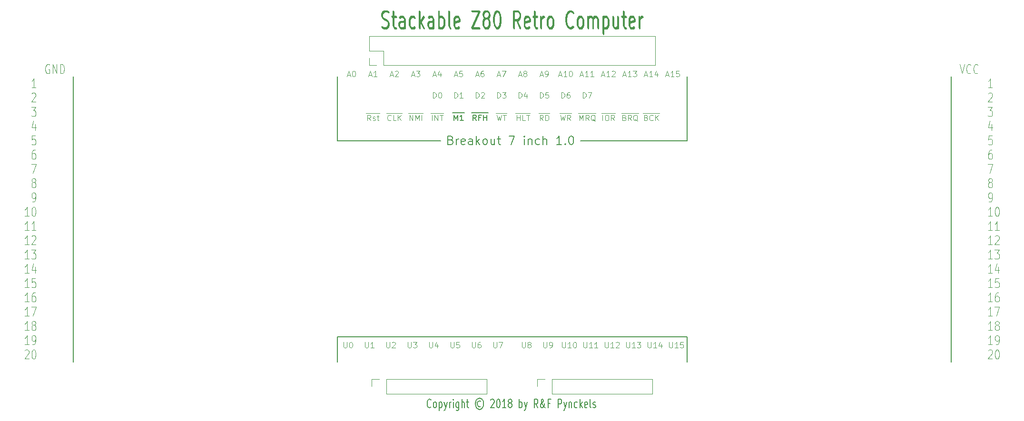
<source format=gto>
%TF.GenerationSoftware,KiCad,Pcbnew,(5.0.0)*%
%TF.CreationDate,2018-10-23T17:21:25+02:00*%
%TF.ProjectId,S80 Breakout 7in,53383020427265616B6F75742037696E,1.0*%
%TF.SameCoordinates,Original*%
%TF.FileFunction,Legend,Top*%
%TF.FilePolarity,Positive*%
%FSLAX46Y46*%
G04 Gerber Fmt 4.6, Leading zero omitted, Abs format (unit mm)*
G04 Created by KiCad (PCBNEW (5.0.0)) date 10/23/18 17:21:25*
%MOMM*%
%LPD*%
G01*
G04 APERTURE LIST*
%ADD10C,0.200000*%
%ADD11C,0.150000*%
%ADD12C,0.063500*%
%ADD13C,0.250000*%
%ADD14C,0.120000*%
%ADD15C,0.100000*%
G04 APERTURE END LIST*
D10*
X162052000Y-91440000D02*
X180975000Y-91440000D01*
D11*
X138963142Y-91332857D02*
X139177428Y-91404285D01*
X139248857Y-91475714D01*
X139320285Y-91618571D01*
X139320285Y-91832857D01*
X139248857Y-91975714D01*
X139177428Y-92047142D01*
X139034571Y-92118571D01*
X138463142Y-92118571D01*
X138463142Y-90618571D01*
X138963142Y-90618571D01*
X139106000Y-90690000D01*
X139177428Y-90761428D01*
X139248857Y-90904285D01*
X139248857Y-91047142D01*
X139177428Y-91190000D01*
X139106000Y-91261428D01*
X138963142Y-91332857D01*
X138463142Y-91332857D01*
X139963142Y-92118571D02*
X139963142Y-91118571D01*
X139963142Y-91404285D02*
X140034571Y-91261428D01*
X140106000Y-91190000D01*
X140248857Y-91118571D01*
X140391714Y-91118571D01*
X141463142Y-92047142D02*
X141320285Y-92118571D01*
X141034571Y-92118571D01*
X140891714Y-92047142D01*
X140820285Y-91904285D01*
X140820285Y-91332857D01*
X140891714Y-91190000D01*
X141034571Y-91118571D01*
X141320285Y-91118571D01*
X141463142Y-91190000D01*
X141534571Y-91332857D01*
X141534571Y-91475714D01*
X140820285Y-91618571D01*
X142820285Y-92118571D02*
X142820285Y-91332857D01*
X142748857Y-91190000D01*
X142606000Y-91118571D01*
X142320285Y-91118571D01*
X142177428Y-91190000D01*
X142820285Y-92047142D02*
X142677428Y-92118571D01*
X142320285Y-92118571D01*
X142177428Y-92047142D01*
X142106000Y-91904285D01*
X142106000Y-91761428D01*
X142177428Y-91618571D01*
X142320285Y-91547142D01*
X142677428Y-91547142D01*
X142820285Y-91475714D01*
X143534571Y-92118571D02*
X143534571Y-90618571D01*
X143677428Y-91547142D02*
X144106000Y-92118571D01*
X144106000Y-91118571D02*
X143534571Y-91690000D01*
X144963142Y-92118571D02*
X144820285Y-92047142D01*
X144748857Y-91975714D01*
X144677428Y-91832857D01*
X144677428Y-91404285D01*
X144748857Y-91261428D01*
X144820285Y-91190000D01*
X144963142Y-91118571D01*
X145177428Y-91118571D01*
X145320285Y-91190000D01*
X145391714Y-91261428D01*
X145463142Y-91404285D01*
X145463142Y-91832857D01*
X145391714Y-91975714D01*
X145320285Y-92047142D01*
X145177428Y-92118571D01*
X144963142Y-92118571D01*
X146748857Y-91118571D02*
X146748857Y-92118571D01*
X146106000Y-91118571D02*
X146106000Y-91904285D01*
X146177428Y-92047142D01*
X146320285Y-92118571D01*
X146534571Y-92118571D01*
X146677428Y-92047142D01*
X146748857Y-91975714D01*
X147248857Y-91118571D02*
X147820285Y-91118571D01*
X147463142Y-90618571D02*
X147463142Y-91904285D01*
X147534571Y-92047142D01*
X147677428Y-92118571D01*
X147820285Y-92118571D01*
X149320285Y-90618571D02*
X150320285Y-90618571D01*
X149677428Y-92118571D01*
X152034571Y-92118571D02*
X152034571Y-91118571D01*
X152034571Y-90618571D02*
X151963142Y-90690000D01*
X152034571Y-90761428D01*
X152106000Y-90690000D01*
X152034571Y-90618571D01*
X152034571Y-90761428D01*
X152748857Y-91118571D02*
X152748857Y-92118571D01*
X152748857Y-91261428D02*
X152820285Y-91190000D01*
X152963142Y-91118571D01*
X153177428Y-91118571D01*
X153320285Y-91190000D01*
X153391714Y-91332857D01*
X153391714Y-92118571D01*
X154748857Y-92047142D02*
X154606000Y-92118571D01*
X154320285Y-92118571D01*
X154177428Y-92047142D01*
X154106000Y-91975714D01*
X154034571Y-91832857D01*
X154034571Y-91404285D01*
X154106000Y-91261428D01*
X154177428Y-91190000D01*
X154320285Y-91118571D01*
X154606000Y-91118571D01*
X154748857Y-91190000D01*
X155391714Y-92118571D02*
X155391714Y-90618571D01*
X156034571Y-92118571D02*
X156034571Y-91332857D01*
X155963142Y-91190000D01*
X155820285Y-91118571D01*
X155606000Y-91118571D01*
X155463142Y-91190000D01*
X155391714Y-91261428D01*
X158677428Y-92118571D02*
X157820285Y-92118571D01*
X158248857Y-92118571D02*
X158248857Y-90618571D01*
X158106000Y-90832857D01*
X157963142Y-90975714D01*
X157820285Y-91047142D01*
X159320285Y-91975714D02*
X159391714Y-92047142D01*
X159320285Y-92118571D01*
X159248857Y-92047142D01*
X159320285Y-91975714D01*
X159320285Y-92118571D01*
X160320285Y-90618571D02*
X160463142Y-90618571D01*
X160606000Y-90690000D01*
X160677428Y-90761428D01*
X160748857Y-90904285D01*
X160820285Y-91190000D01*
X160820285Y-91547142D01*
X160748857Y-91832857D01*
X160677428Y-91975714D01*
X160606000Y-92047142D01*
X160463142Y-92118571D01*
X160320285Y-92118571D01*
X160177428Y-92047142D01*
X160106000Y-91975714D01*
X160034571Y-91832857D01*
X159963142Y-91547142D01*
X159963142Y-91190000D01*
X160034571Y-90904285D01*
X160106000Y-90761428D01*
X160177428Y-90690000D01*
X160320285Y-90618571D01*
D10*
X118745000Y-91440000D02*
X118745000Y-80010000D01*
X180975000Y-91440000D02*
X180975000Y-80010000D01*
X118745000Y-91440000D02*
X137160000Y-91440000D01*
X227965000Y-80010000D02*
X227965000Y-130810000D01*
X180975000Y-126365000D02*
X180975000Y-130810000D01*
X118745000Y-126365000D02*
X118745000Y-130810000D01*
X71755000Y-130810000D02*
X71755000Y-80010000D01*
X118745000Y-126365000D02*
X180975000Y-126365000D01*
D12*
X229496105Y-77835880D02*
X229919439Y-79486880D01*
X230342772Y-77835880D01*
X231491820Y-79329642D02*
X231431344Y-79408261D01*
X231249915Y-79486880D01*
X231128963Y-79486880D01*
X230947534Y-79408261D01*
X230826582Y-79251023D01*
X230766105Y-79093785D01*
X230705629Y-78779309D01*
X230705629Y-78543452D01*
X230766105Y-78228976D01*
X230826582Y-78071738D01*
X230947534Y-77914500D01*
X231128963Y-77835880D01*
X231249915Y-77835880D01*
X231431344Y-77914500D01*
X231491820Y-77993119D01*
X232761820Y-79329642D02*
X232701344Y-79408261D01*
X232519915Y-79486880D01*
X232398963Y-79486880D01*
X232217534Y-79408261D01*
X232096582Y-79251023D01*
X232036105Y-79093785D01*
X231975629Y-78779309D01*
X231975629Y-78543452D01*
X232036105Y-78228976D01*
X232096582Y-78071738D01*
X232217534Y-77914500D01*
X232398963Y-77835880D01*
X232519915Y-77835880D01*
X232701344Y-77914500D01*
X232761820Y-77993119D01*
X67540867Y-77914500D02*
X67419915Y-77835880D01*
X67238486Y-77835880D01*
X67057058Y-77914500D01*
X66936105Y-78071738D01*
X66875629Y-78228976D01*
X66815153Y-78543452D01*
X66815153Y-78779309D01*
X66875629Y-79093785D01*
X66936105Y-79251023D01*
X67057058Y-79408261D01*
X67238486Y-79486880D01*
X67359439Y-79486880D01*
X67540867Y-79408261D01*
X67601344Y-79329642D01*
X67601344Y-78779309D01*
X67359439Y-78779309D01*
X68145629Y-79486880D02*
X68145629Y-77835880D01*
X68871344Y-79486880D01*
X68871344Y-77835880D01*
X69476105Y-79486880D02*
X69476105Y-77835880D01*
X69778486Y-77835880D01*
X69959915Y-77914500D01*
X70080867Y-78071738D01*
X70141344Y-78228976D01*
X70201820Y-78543452D01*
X70201820Y-78779309D01*
X70141344Y-79093785D01*
X70080867Y-79251023D01*
X69959915Y-79408261D01*
X69778486Y-79486880D01*
X69476105Y-79486880D01*
X235323894Y-82026880D02*
X234598179Y-82026880D01*
X234961036Y-82026880D02*
X234961036Y-80375880D01*
X234840084Y-80611738D01*
X234719132Y-80768976D01*
X234598179Y-80847595D01*
X234598179Y-83073119D02*
X234658655Y-82994500D01*
X234779608Y-82915880D01*
X235081989Y-82915880D01*
X235202941Y-82994500D01*
X235263417Y-83073119D01*
X235323894Y-83230357D01*
X235323894Y-83387595D01*
X235263417Y-83623452D01*
X234537703Y-84566880D01*
X235323894Y-84566880D01*
X234537703Y-85455880D02*
X235323894Y-85455880D01*
X234900560Y-86084833D01*
X235081989Y-86084833D01*
X235202941Y-86163452D01*
X235263417Y-86242071D01*
X235323894Y-86399309D01*
X235323894Y-86792404D01*
X235263417Y-86949642D01*
X235202941Y-87028261D01*
X235081989Y-87106880D01*
X234719132Y-87106880D01*
X234598179Y-87028261D01*
X234537703Y-86949642D01*
X235202941Y-88546214D02*
X235202941Y-89646880D01*
X234900560Y-87917261D02*
X234598179Y-89096547D01*
X235384370Y-89096547D01*
X235263417Y-90535880D02*
X234658655Y-90535880D01*
X234598179Y-91322071D01*
X234658655Y-91243452D01*
X234779608Y-91164833D01*
X235081989Y-91164833D01*
X235202941Y-91243452D01*
X235263417Y-91322071D01*
X235323894Y-91479309D01*
X235323894Y-91872404D01*
X235263417Y-92029642D01*
X235202941Y-92108261D01*
X235081989Y-92186880D01*
X234779608Y-92186880D01*
X234658655Y-92108261D01*
X234598179Y-92029642D01*
X235202941Y-93075880D02*
X234961036Y-93075880D01*
X234840084Y-93154500D01*
X234779608Y-93233119D01*
X234658655Y-93468976D01*
X234598179Y-93783452D01*
X234598179Y-94412404D01*
X234658655Y-94569642D01*
X234719132Y-94648261D01*
X234840084Y-94726880D01*
X235081989Y-94726880D01*
X235202941Y-94648261D01*
X235263417Y-94569642D01*
X235323894Y-94412404D01*
X235323894Y-94019309D01*
X235263417Y-93862071D01*
X235202941Y-93783452D01*
X235081989Y-93704833D01*
X234840084Y-93704833D01*
X234719132Y-93783452D01*
X234658655Y-93862071D01*
X234598179Y-94019309D01*
X234537703Y-95615880D02*
X235384370Y-95615880D01*
X234840084Y-97266880D01*
X234840084Y-98863452D02*
X234719132Y-98784833D01*
X234658655Y-98706214D01*
X234598179Y-98548976D01*
X234598179Y-98470357D01*
X234658655Y-98313119D01*
X234719132Y-98234500D01*
X234840084Y-98155880D01*
X235081989Y-98155880D01*
X235202941Y-98234500D01*
X235263417Y-98313119D01*
X235323894Y-98470357D01*
X235323894Y-98548976D01*
X235263417Y-98706214D01*
X235202941Y-98784833D01*
X235081989Y-98863452D01*
X234840084Y-98863452D01*
X234719132Y-98942071D01*
X234658655Y-99020690D01*
X234598179Y-99177928D01*
X234598179Y-99492404D01*
X234658655Y-99649642D01*
X234719132Y-99728261D01*
X234840084Y-99806880D01*
X235081989Y-99806880D01*
X235202941Y-99728261D01*
X235263417Y-99649642D01*
X235323894Y-99492404D01*
X235323894Y-99177928D01*
X235263417Y-99020690D01*
X235202941Y-98942071D01*
X235081989Y-98863452D01*
X234719132Y-102346880D02*
X234961036Y-102346880D01*
X235081989Y-102268261D01*
X235142465Y-102189642D01*
X235263417Y-101953785D01*
X235323894Y-101639309D01*
X235323894Y-101010357D01*
X235263417Y-100853119D01*
X235202941Y-100774500D01*
X235081989Y-100695880D01*
X234840084Y-100695880D01*
X234719132Y-100774500D01*
X234658655Y-100853119D01*
X234598179Y-101010357D01*
X234598179Y-101403452D01*
X234658655Y-101560690D01*
X234719132Y-101639309D01*
X234840084Y-101717928D01*
X235081989Y-101717928D01*
X235202941Y-101639309D01*
X235263417Y-101560690D01*
X235323894Y-101403452D01*
X235323894Y-104886880D02*
X234598179Y-104886880D01*
X234961036Y-104886880D02*
X234961036Y-103235880D01*
X234840084Y-103471738D01*
X234719132Y-103628976D01*
X234598179Y-103707595D01*
X236110084Y-103235880D02*
X236231036Y-103235880D01*
X236351989Y-103314500D01*
X236412465Y-103393119D01*
X236472941Y-103550357D01*
X236533417Y-103864833D01*
X236533417Y-104257928D01*
X236472941Y-104572404D01*
X236412465Y-104729642D01*
X236351989Y-104808261D01*
X236231036Y-104886880D01*
X236110084Y-104886880D01*
X235989132Y-104808261D01*
X235928655Y-104729642D01*
X235868179Y-104572404D01*
X235807703Y-104257928D01*
X235807703Y-103864833D01*
X235868179Y-103550357D01*
X235928655Y-103393119D01*
X235989132Y-103314500D01*
X236110084Y-103235880D01*
X235323894Y-107426880D02*
X234598179Y-107426880D01*
X234961036Y-107426880D02*
X234961036Y-105775880D01*
X234840084Y-106011738D01*
X234719132Y-106168976D01*
X234598179Y-106247595D01*
X236533417Y-107426880D02*
X235807703Y-107426880D01*
X236170560Y-107426880D02*
X236170560Y-105775880D01*
X236049608Y-106011738D01*
X235928655Y-106168976D01*
X235807703Y-106247595D01*
X235323894Y-109966880D02*
X234598179Y-109966880D01*
X234961036Y-109966880D02*
X234961036Y-108315880D01*
X234840084Y-108551738D01*
X234719132Y-108708976D01*
X234598179Y-108787595D01*
X235807703Y-108473119D02*
X235868179Y-108394500D01*
X235989132Y-108315880D01*
X236291513Y-108315880D01*
X236412465Y-108394500D01*
X236472941Y-108473119D01*
X236533417Y-108630357D01*
X236533417Y-108787595D01*
X236472941Y-109023452D01*
X235747227Y-109966880D01*
X236533417Y-109966880D01*
X235323894Y-112506880D02*
X234598179Y-112506880D01*
X234961036Y-112506880D02*
X234961036Y-110855880D01*
X234840084Y-111091738D01*
X234719132Y-111248976D01*
X234598179Y-111327595D01*
X235747227Y-110855880D02*
X236533417Y-110855880D01*
X236110084Y-111484833D01*
X236291513Y-111484833D01*
X236412465Y-111563452D01*
X236472941Y-111642071D01*
X236533417Y-111799309D01*
X236533417Y-112192404D01*
X236472941Y-112349642D01*
X236412465Y-112428261D01*
X236291513Y-112506880D01*
X235928655Y-112506880D01*
X235807703Y-112428261D01*
X235747227Y-112349642D01*
X235323894Y-115046880D02*
X234598179Y-115046880D01*
X234961036Y-115046880D02*
X234961036Y-113395880D01*
X234840084Y-113631738D01*
X234719132Y-113788976D01*
X234598179Y-113867595D01*
X236412465Y-113946214D02*
X236412465Y-115046880D01*
X236110084Y-113317261D02*
X235807703Y-114496547D01*
X236593894Y-114496547D01*
X235323894Y-117586880D02*
X234598179Y-117586880D01*
X234961036Y-117586880D02*
X234961036Y-115935880D01*
X234840084Y-116171738D01*
X234719132Y-116328976D01*
X234598179Y-116407595D01*
X236472941Y-115935880D02*
X235868179Y-115935880D01*
X235807703Y-116722071D01*
X235868179Y-116643452D01*
X235989132Y-116564833D01*
X236291513Y-116564833D01*
X236412465Y-116643452D01*
X236472941Y-116722071D01*
X236533417Y-116879309D01*
X236533417Y-117272404D01*
X236472941Y-117429642D01*
X236412465Y-117508261D01*
X236291513Y-117586880D01*
X235989132Y-117586880D01*
X235868179Y-117508261D01*
X235807703Y-117429642D01*
X235323894Y-120126880D02*
X234598179Y-120126880D01*
X234961036Y-120126880D02*
X234961036Y-118475880D01*
X234840084Y-118711738D01*
X234719132Y-118868976D01*
X234598179Y-118947595D01*
X236412465Y-118475880D02*
X236170560Y-118475880D01*
X236049608Y-118554500D01*
X235989132Y-118633119D01*
X235868179Y-118868976D01*
X235807703Y-119183452D01*
X235807703Y-119812404D01*
X235868179Y-119969642D01*
X235928655Y-120048261D01*
X236049608Y-120126880D01*
X236291513Y-120126880D01*
X236412465Y-120048261D01*
X236472941Y-119969642D01*
X236533417Y-119812404D01*
X236533417Y-119419309D01*
X236472941Y-119262071D01*
X236412465Y-119183452D01*
X236291513Y-119104833D01*
X236049608Y-119104833D01*
X235928655Y-119183452D01*
X235868179Y-119262071D01*
X235807703Y-119419309D01*
X235323894Y-122666880D02*
X234598179Y-122666880D01*
X234961036Y-122666880D02*
X234961036Y-121015880D01*
X234840084Y-121251738D01*
X234719132Y-121408976D01*
X234598179Y-121487595D01*
X235747227Y-121015880D02*
X236593894Y-121015880D01*
X236049608Y-122666880D01*
X235323894Y-125206880D02*
X234598179Y-125206880D01*
X234961036Y-125206880D02*
X234961036Y-123555880D01*
X234840084Y-123791738D01*
X234719132Y-123948976D01*
X234598179Y-124027595D01*
X236049608Y-124263452D02*
X235928655Y-124184833D01*
X235868179Y-124106214D01*
X235807703Y-123948976D01*
X235807703Y-123870357D01*
X235868179Y-123713119D01*
X235928655Y-123634500D01*
X236049608Y-123555880D01*
X236291513Y-123555880D01*
X236412465Y-123634500D01*
X236472941Y-123713119D01*
X236533417Y-123870357D01*
X236533417Y-123948976D01*
X236472941Y-124106214D01*
X236412465Y-124184833D01*
X236291513Y-124263452D01*
X236049608Y-124263452D01*
X235928655Y-124342071D01*
X235868179Y-124420690D01*
X235807703Y-124577928D01*
X235807703Y-124892404D01*
X235868179Y-125049642D01*
X235928655Y-125128261D01*
X236049608Y-125206880D01*
X236291513Y-125206880D01*
X236412465Y-125128261D01*
X236472941Y-125049642D01*
X236533417Y-124892404D01*
X236533417Y-124577928D01*
X236472941Y-124420690D01*
X236412465Y-124342071D01*
X236291513Y-124263452D01*
X235323894Y-127746880D02*
X234598179Y-127746880D01*
X234961036Y-127746880D02*
X234961036Y-126095880D01*
X234840084Y-126331738D01*
X234719132Y-126488976D01*
X234598179Y-126567595D01*
X235928655Y-127746880D02*
X236170560Y-127746880D01*
X236291513Y-127668261D01*
X236351989Y-127589642D01*
X236472941Y-127353785D01*
X236533417Y-127039309D01*
X236533417Y-126410357D01*
X236472941Y-126253119D01*
X236412465Y-126174500D01*
X236291513Y-126095880D01*
X236049608Y-126095880D01*
X235928655Y-126174500D01*
X235868179Y-126253119D01*
X235807703Y-126410357D01*
X235807703Y-126803452D01*
X235868179Y-126960690D01*
X235928655Y-127039309D01*
X236049608Y-127117928D01*
X236291513Y-127117928D01*
X236412465Y-127039309D01*
X236472941Y-126960690D01*
X236533417Y-126803452D01*
X234598179Y-128793119D02*
X234658655Y-128714500D01*
X234779608Y-128635880D01*
X235081989Y-128635880D01*
X235202941Y-128714500D01*
X235263417Y-128793119D01*
X235323894Y-128950357D01*
X235323894Y-129107595D01*
X235263417Y-129343452D01*
X234537703Y-130286880D01*
X235323894Y-130286880D01*
X236110084Y-128635880D02*
X236231036Y-128635880D01*
X236351989Y-128714500D01*
X236412465Y-128793119D01*
X236472941Y-128950357D01*
X236533417Y-129264833D01*
X236533417Y-129657928D01*
X236472941Y-129972404D01*
X236412465Y-130129642D01*
X236351989Y-130208261D01*
X236231036Y-130286880D01*
X236110084Y-130286880D01*
X235989132Y-130208261D01*
X235928655Y-130129642D01*
X235868179Y-129972404D01*
X235807703Y-129657928D01*
X235807703Y-129264833D01*
X235868179Y-128950357D01*
X235928655Y-128793119D01*
X235989132Y-128714500D01*
X236110084Y-128635880D01*
X65121820Y-82026880D02*
X64396105Y-82026880D01*
X64758963Y-82026880D02*
X64758963Y-80375880D01*
X64638010Y-80611738D01*
X64517058Y-80768976D01*
X64396105Y-80847595D01*
X64396105Y-83073119D02*
X64456582Y-82994500D01*
X64577534Y-82915880D01*
X64879915Y-82915880D01*
X65000867Y-82994500D01*
X65061344Y-83073119D01*
X65121820Y-83230357D01*
X65121820Y-83387595D01*
X65061344Y-83623452D01*
X64335629Y-84566880D01*
X65121820Y-84566880D01*
X64335629Y-85455880D02*
X65121820Y-85455880D01*
X64698486Y-86084833D01*
X64879915Y-86084833D01*
X65000867Y-86163452D01*
X65061344Y-86242071D01*
X65121820Y-86399309D01*
X65121820Y-86792404D01*
X65061344Y-86949642D01*
X65000867Y-87028261D01*
X64879915Y-87106880D01*
X64517058Y-87106880D01*
X64396105Y-87028261D01*
X64335629Y-86949642D01*
X65000867Y-88546214D02*
X65000867Y-89646880D01*
X64698486Y-87917261D02*
X64396105Y-89096547D01*
X65182296Y-89096547D01*
X65061344Y-90535880D02*
X64456582Y-90535880D01*
X64396105Y-91322071D01*
X64456582Y-91243452D01*
X64577534Y-91164833D01*
X64879915Y-91164833D01*
X65000867Y-91243452D01*
X65061344Y-91322071D01*
X65121820Y-91479309D01*
X65121820Y-91872404D01*
X65061344Y-92029642D01*
X65000867Y-92108261D01*
X64879915Y-92186880D01*
X64577534Y-92186880D01*
X64456582Y-92108261D01*
X64396105Y-92029642D01*
X65000867Y-93075880D02*
X64758963Y-93075880D01*
X64638010Y-93154500D01*
X64577534Y-93233119D01*
X64456582Y-93468976D01*
X64396105Y-93783452D01*
X64396105Y-94412404D01*
X64456582Y-94569642D01*
X64517058Y-94648261D01*
X64638010Y-94726880D01*
X64879915Y-94726880D01*
X65000867Y-94648261D01*
X65061344Y-94569642D01*
X65121820Y-94412404D01*
X65121820Y-94019309D01*
X65061344Y-93862071D01*
X65000867Y-93783452D01*
X64879915Y-93704833D01*
X64638010Y-93704833D01*
X64517058Y-93783452D01*
X64456582Y-93862071D01*
X64396105Y-94019309D01*
X64335629Y-95615880D02*
X65182296Y-95615880D01*
X64638010Y-97266880D01*
X64638010Y-98863452D02*
X64517058Y-98784833D01*
X64456582Y-98706214D01*
X64396105Y-98548976D01*
X64396105Y-98470357D01*
X64456582Y-98313119D01*
X64517058Y-98234500D01*
X64638010Y-98155880D01*
X64879915Y-98155880D01*
X65000867Y-98234500D01*
X65061344Y-98313119D01*
X65121820Y-98470357D01*
X65121820Y-98548976D01*
X65061344Y-98706214D01*
X65000867Y-98784833D01*
X64879915Y-98863452D01*
X64638010Y-98863452D01*
X64517058Y-98942071D01*
X64456582Y-99020690D01*
X64396105Y-99177928D01*
X64396105Y-99492404D01*
X64456582Y-99649642D01*
X64517058Y-99728261D01*
X64638010Y-99806880D01*
X64879915Y-99806880D01*
X65000867Y-99728261D01*
X65061344Y-99649642D01*
X65121820Y-99492404D01*
X65121820Y-99177928D01*
X65061344Y-99020690D01*
X65000867Y-98942071D01*
X64879915Y-98863452D01*
X64517058Y-102346880D02*
X64758963Y-102346880D01*
X64879915Y-102268261D01*
X64940391Y-102189642D01*
X65061344Y-101953785D01*
X65121820Y-101639309D01*
X65121820Y-101010357D01*
X65061344Y-100853119D01*
X65000867Y-100774500D01*
X64879915Y-100695880D01*
X64638010Y-100695880D01*
X64517058Y-100774500D01*
X64456582Y-100853119D01*
X64396105Y-101010357D01*
X64396105Y-101403452D01*
X64456582Y-101560690D01*
X64517058Y-101639309D01*
X64638010Y-101717928D01*
X64879915Y-101717928D01*
X65000867Y-101639309D01*
X65061344Y-101560690D01*
X65121820Y-101403452D01*
X63912296Y-104886880D02*
X63186582Y-104886880D01*
X63549439Y-104886880D02*
X63549439Y-103235880D01*
X63428486Y-103471738D01*
X63307534Y-103628976D01*
X63186582Y-103707595D01*
X64698486Y-103235880D02*
X64819439Y-103235880D01*
X64940391Y-103314500D01*
X65000867Y-103393119D01*
X65061344Y-103550357D01*
X65121820Y-103864833D01*
X65121820Y-104257928D01*
X65061344Y-104572404D01*
X65000867Y-104729642D01*
X64940391Y-104808261D01*
X64819439Y-104886880D01*
X64698486Y-104886880D01*
X64577534Y-104808261D01*
X64517058Y-104729642D01*
X64456582Y-104572404D01*
X64396105Y-104257928D01*
X64396105Y-103864833D01*
X64456582Y-103550357D01*
X64517058Y-103393119D01*
X64577534Y-103314500D01*
X64698486Y-103235880D01*
X63912296Y-107426880D02*
X63186582Y-107426880D01*
X63549439Y-107426880D02*
X63549439Y-105775880D01*
X63428486Y-106011738D01*
X63307534Y-106168976D01*
X63186582Y-106247595D01*
X65121820Y-107426880D02*
X64396105Y-107426880D01*
X64758963Y-107426880D02*
X64758963Y-105775880D01*
X64638010Y-106011738D01*
X64517058Y-106168976D01*
X64396105Y-106247595D01*
X63912296Y-109966880D02*
X63186582Y-109966880D01*
X63549439Y-109966880D02*
X63549439Y-108315880D01*
X63428486Y-108551738D01*
X63307534Y-108708976D01*
X63186582Y-108787595D01*
X64396105Y-108473119D02*
X64456582Y-108394500D01*
X64577534Y-108315880D01*
X64879915Y-108315880D01*
X65000867Y-108394500D01*
X65061344Y-108473119D01*
X65121820Y-108630357D01*
X65121820Y-108787595D01*
X65061344Y-109023452D01*
X64335629Y-109966880D01*
X65121820Y-109966880D01*
X63912296Y-112506880D02*
X63186582Y-112506880D01*
X63549439Y-112506880D02*
X63549439Y-110855880D01*
X63428486Y-111091738D01*
X63307534Y-111248976D01*
X63186582Y-111327595D01*
X64335629Y-110855880D02*
X65121820Y-110855880D01*
X64698486Y-111484833D01*
X64879915Y-111484833D01*
X65000867Y-111563452D01*
X65061344Y-111642071D01*
X65121820Y-111799309D01*
X65121820Y-112192404D01*
X65061344Y-112349642D01*
X65000867Y-112428261D01*
X64879915Y-112506880D01*
X64517058Y-112506880D01*
X64396105Y-112428261D01*
X64335629Y-112349642D01*
X63912296Y-115046880D02*
X63186582Y-115046880D01*
X63549439Y-115046880D02*
X63549439Y-113395880D01*
X63428486Y-113631738D01*
X63307534Y-113788976D01*
X63186582Y-113867595D01*
X65000867Y-113946214D02*
X65000867Y-115046880D01*
X64698486Y-113317261D02*
X64396105Y-114496547D01*
X65182296Y-114496547D01*
X63912296Y-117586880D02*
X63186582Y-117586880D01*
X63549439Y-117586880D02*
X63549439Y-115935880D01*
X63428486Y-116171738D01*
X63307534Y-116328976D01*
X63186582Y-116407595D01*
X65061344Y-115935880D02*
X64456582Y-115935880D01*
X64396105Y-116722071D01*
X64456582Y-116643452D01*
X64577534Y-116564833D01*
X64879915Y-116564833D01*
X65000867Y-116643452D01*
X65061344Y-116722071D01*
X65121820Y-116879309D01*
X65121820Y-117272404D01*
X65061344Y-117429642D01*
X65000867Y-117508261D01*
X64879915Y-117586880D01*
X64577534Y-117586880D01*
X64456582Y-117508261D01*
X64396105Y-117429642D01*
X63912296Y-120126880D02*
X63186582Y-120126880D01*
X63549439Y-120126880D02*
X63549439Y-118475880D01*
X63428486Y-118711738D01*
X63307534Y-118868976D01*
X63186582Y-118947595D01*
X65000867Y-118475880D02*
X64758963Y-118475880D01*
X64638010Y-118554500D01*
X64577534Y-118633119D01*
X64456582Y-118868976D01*
X64396105Y-119183452D01*
X64396105Y-119812404D01*
X64456582Y-119969642D01*
X64517058Y-120048261D01*
X64638010Y-120126880D01*
X64879915Y-120126880D01*
X65000867Y-120048261D01*
X65061344Y-119969642D01*
X65121820Y-119812404D01*
X65121820Y-119419309D01*
X65061344Y-119262071D01*
X65000867Y-119183452D01*
X64879915Y-119104833D01*
X64638010Y-119104833D01*
X64517058Y-119183452D01*
X64456582Y-119262071D01*
X64396105Y-119419309D01*
X63912296Y-122666880D02*
X63186582Y-122666880D01*
X63549439Y-122666880D02*
X63549439Y-121015880D01*
X63428486Y-121251738D01*
X63307534Y-121408976D01*
X63186582Y-121487595D01*
X64335629Y-121015880D02*
X65182296Y-121015880D01*
X64638010Y-122666880D01*
X63912296Y-125206880D02*
X63186582Y-125206880D01*
X63549439Y-125206880D02*
X63549439Y-123555880D01*
X63428486Y-123791738D01*
X63307534Y-123948976D01*
X63186582Y-124027595D01*
X64638010Y-124263452D02*
X64517058Y-124184833D01*
X64456582Y-124106214D01*
X64396105Y-123948976D01*
X64396105Y-123870357D01*
X64456582Y-123713119D01*
X64517058Y-123634500D01*
X64638010Y-123555880D01*
X64879915Y-123555880D01*
X65000867Y-123634500D01*
X65061344Y-123713119D01*
X65121820Y-123870357D01*
X65121820Y-123948976D01*
X65061344Y-124106214D01*
X65000867Y-124184833D01*
X64879915Y-124263452D01*
X64638010Y-124263452D01*
X64517058Y-124342071D01*
X64456582Y-124420690D01*
X64396105Y-124577928D01*
X64396105Y-124892404D01*
X64456582Y-125049642D01*
X64517058Y-125128261D01*
X64638010Y-125206880D01*
X64879915Y-125206880D01*
X65000867Y-125128261D01*
X65061344Y-125049642D01*
X65121820Y-124892404D01*
X65121820Y-124577928D01*
X65061344Y-124420690D01*
X65000867Y-124342071D01*
X64879915Y-124263452D01*
X63912296Y-127746880D02*
X63186582Y-127746880D01*
X63549439Y-127746880D02*
X63549439Y-126095880D01*
X63428486Y-126331738D01*
X63307534Y-126488976D01*
X63186582Y-126567595D01*
X64517058Y-127746880D02*
X64758963Y-127746880D01*
X64879915Y-127668261D01*
X64940391Y-127589642D01*
X65061344Y-127353785D01*
X65121820Y-127039309D01*
X65121820Y-126410357D01*
X65061344Y-126253119D01*
X65000867Y-126174500D01*
X64879915Y-126095880D01*
X64638010Y-126095880D01*
X64517058Y-126174500D01*
X64456582Y-126253119D01*
X64396105Y-126410357D01*
X64396105Y-126803452D01*
X64456582Y-126960690D01*
X64517058Y-127039309D01*
X64638010Y-127117928D01*
X64879915Y-127117928D01*
X65000867Y-127039309D01*
X65061344Y-126960690D01*
X65121820Y-126803452D01*
X63186582Y-128793119D02*
X63247058Y-128714500D01*
X63368010Y-128635880D01*
X63670391Y-128635880D01*
X63791344Y-128714500D01*
X63851820Y-128793119D01*
X63912296Y-128950357D01*
X63912296Y-129107595D01*
X63851820Y-129343452D01*
X63126105Y-130286880D01*
X63912296Y-130286880D01*
X64698486Y-128635880D02*
X64819439Y-128635880D01*
X64940391Y-128714500D01*
X65000867Y-128793119D01*
X65061344Y-128950357D01*
X65121820Y-129264833D01*
X65121820Y-129657928D01*
X65061344Y-129972404D01*
X65000867Y-130129642D01*
X64940391Y-130208261D01*
X64819439Y-130286880D01*
X64698486Y-130286880D01*
X64577534Y-130208261D01*
X64517058Y-130129642D01*
X64456582Y-129972404D01*
X64396105Y-129657928D01*
X64396105Y-129264833D01*
X64456582Y-128950357D01*
X64517058Y-128793119D01*
X64577534Y-128714500D01*
X64698486Y-128635880D01*
D13*
X126764761Y-71318285D02*
X127050476Y-71461142D01*
X127526666Y-71461142D01*
X127717142Y-71318285D01*
X127812380Y-71175428D01*
X127907619Y-70889714D01*
X127907619Y-70604000D01*
X127812380Y-70318285D01*
X127717142Y-70175428D01*
X127526666Y-70032571D01*
X127145714Y-69889714D01*
X126955238Y-69746857D01*
X126860000Y-69604000D01*
X126764761Y-69318285D01*
X126764761Y-69032571D01*
X126860000Y-68746857D01*
X126955238Y-68604000D01*
X127145714Y-68461142D01*
X127621904Y-68461142D01*
X127907619Y-68604000D01*
X128479047Y-69461142D02*
X129240952Y-69461142D01*
X128764761Y-68461142D02*
X128764761Y-71032571D01*
X128860000Y-71318285D01*
X129050476Y-71461142D01*
X129240952Y-71461142D01*
X130764761Y-71461142D02*
X130764761Y-69889714D01*
X130669523Y-69604000D01*
X130479047Y-69461142D01*
X130098095Y-69461142D01*
X129907619Y-69604000D01*
X130764761Y-71318285D02*
X130574285Y-71461142D01*
X130098095Y-71461142D01*
X129907619Y-71318285D01*
X129812380Y-71032571D01*
X129812380Y-70746857D01*
X129907619Y-70461142D01*
X130098095Y-70318285D01*
X130574285Y-70318285D01*
X130764761Y-70175428D01*
X132574285Y-71318285D02*
X132383809Y-71461142D01*
X132002857Y-71461142D01*
X131812380Y-71318285D01*
X131717142Y-71175428D01*
X131621904Y-70889714D01*
X131621904Y-70032571D01*
X131717142Y-69746857D01*
X131812380Y-69604000D01*
X132002857Y-69461142D01*
X132383809Y-69461142D01*
X132574285Y-69604000D01*
X133431428Y-71461142D02*
X133431428Y-68461142D01*
X133621904Y-70318285D02*
X134193333Y-71461142D01*
X134193333Y-69461142D02*
X133431428Y-70604000D01*
X135907619Y-71461142D02*
X135907619Y-69889714D01*
X135812380Y-69604000D01*
X135621904Y-69461142D01*
X135240952Y-69461142D01*
X135050476Y-69604000D01*
X135907619Y-71318285D02*
X135717142Y-71461142D01*
X135240952Y-71461142D01*
X135050476Y-71318285D01*
X134955238Y-71032571D01*
X134955238Y-70746857D01*
X135050476Y-70461142D01*
X135240952Y-70318285D01*
X135717142Y-70318285D01*
X135907619Y-70175428D01*
X136860000Y-71461142D02*
X136860000Y-68461142D01*
X136860000Y-69604000D02*
X137050476Y-69461142D01*
X137431428Y-69461142D01*
X137621904Y-69604000D01*
X137717142Y-69746857D01*
X137812380Y-70032571D01*
X137812380Y-70889714D01*
X137717142Y-71175428D01*
X137621904Y-71318285D01*
X137431428Y-71461142D01*
X137050476Y-71461142D01*
X136860000Y-71318285D01*
X138955238Y-71461142D02*
X138764761Y-71318285D01*
X138669523Y-71032571D01*
X138669523Y-68461142D01*
X140479047Y-71318285D02*
X140288571Y-71461142D01*
X139907619Y-71461142D01*
X139717142Y-71318285D01*
X139621904Y-71032571D01*
X139621904Y-69889714D01*
X139717142Y-69604000D01*
X139907619Y-69461142D01*
X140288571Y-69461142D01*
X140479047Y-69604000D01*
X140574285Y-69889714D01*
X140574285Y-70175428D01*
X139621904Y-70461142D01*
X142764761Y-68461142D02*
X144098095Y-68461142D01*
X142764761Y-71461142D01*
X144098095Y-71461142D01*
X145145714Y-69746857D02*
X144955238Y-69604000D01*
X144860000Y-69461142D01*
X144764761Y-69175428D01*
X144764761Y-69032571D01*
X144860000Y-68746857D01*
X144955238Y-68604000D01*
X145145714Y-68461142D01*
X145526666Y-68461142D01*
X145717142Y-68604000D01*
X145812380Y-68746857D01*
X145907619Y-69032571D01*
X145907619Y-69175428D01*
X145812380Y-69461142D01*
X145717142Y-69604000D01*
X145526666Y-69746857D01*
X145145714Y-69746857D01*
X144955238Y-69889714D01*
X144860000Y-70032571D01*
X144764761Y-70318285D01*
X144764761Y-70889714D01*
X144860000Y-71175428D01*
X144955238Y-71318285D01*
X145145714Y-71461142D01*
X145526666Y-71461142D01*
X145717142Y-71318285D01*
X145812380Y-71175428D01*
X145907619Y-70889714D01*
X145907619Y-70318285D01*
X145812380Y-70032571D01*
X145717142Y-69889714D01*
X145526666Y-69746857D01*
X147145714Y-68461142D02*
X147336190Y-68461142D01*
X147526666Y-68604000D01*
X147621904Y-68746857D01*
X147717142Y-69032571D01*
X147812380Y-69604000D01*
X147812380Y-70318285D01*
X147717142Y-70889714D01*
X147621904Y-71175428D01*
X147526666Y-71318285D01*
X147336190Y-71461142D01*
X147145714Y-71461142D01*
X146955238Y-71318285D01*
X146860000Y-71175428D01*
X146764761Y-70889714D01*
X146669523Y-70318285D01*
X146669523Y-69604000D01*
X146764761Y-69032571D01*
X146860000Y-68746857D01*
X146955238Y-68604000D01*
X147145714Y-68461142D01*
X151336190Y-71461142D02*
X150669523Y-70032571D01*
X150193333Y-71461142D02*
X150193333Y-68461142D01*
X150955238Y-68461142D01*
X151145714Y-68604000D01*
X151240952Y-68746857D01*
X151336190Y-69032571D01*
X151336190Y-69461142D01*
X151240952Y-69746857D01*
X151145714Y-69889714D01*
X150955238Y-70032571D01*
X150193333Y-70032571D01*
X152955238Y-71318285D02*
X152764761Y-71461142D01*
X152383809Y-71461142D01*
X152193333Y-71318285D01*
X152098095Y-71032571D01*
X152098095Y-69889714D01*
X152193333Y-69604000D01*
X152383809Y-69461142D01*
X152764761Y-69461142D01*
X152955238Y-69604000D01*
X153050476Y-69889714D01*
X153050476Y-70175428D01*
X152098095Y-70461142D01*
X153621904Y-69461142D02*
X154383809Y-69461142D01*
X153907619Y-68461142D02*
X153907619Y-71032571D01*
X154002857Y-71318285D01*
X154193333Y-71461142D01*
X154383809Y-71461142D01*
X155050476Y-71461142D02*
X155050476Y-69461142D01*
X155050476Y-70032571D02*
X155145714Y-69746857D01*
X155240952Y-69604000D01*
X155431428Y-69461142D01*
X155621904Y-69461142D01*
X156574285Y-71461142D02*
X156383809Y-71318285D01*
X156288571Y-71175428D01*
X156193333Y-70889714D01*
X156193333Y-70032571D01*
X156288571Y-69746857D01*
X156383809Y-69604000D01*
X156574285Y-69461142D01*
X156860000Y-69461142D01*
X157050476Y-69604000D01*
X157145714Y-69746857D01*
X157240952Y-70032571D01*
X157240952Y-70889714D01*
X157145714Y-71175428D01*
X157050476Y-71318285D01*
X156860000Y-71461142D01*
X156574285Y-71461142D01*
X160764761Y-71175428D02*
X160669523Y-71318285D01*
X160383809Y-71461142D01*
X160193333Y-71461142D01*
X159907619Y-71318285D01*
X159717142Y-71032571D01*
X159621904Y-70746857D01*
X159526666Y-70175428D01*
X159526666Y-69746857D01*
X159621904Y-69175428D01*
X159717142Y-68889714D01*
X159907619Y-68604000D01*
X160193333Y-68461142D01*
X160383809Y-68461142D01*
X160669523Y-68604000D01*
X160764761Y-68746857D01*
X161907619Y-71461142D02*
X161717142Y-71318285D01*
X161621904Y-71175428D01*
X161526666Y-70889714D01*
X161526666Y-70032571D01*
X161621904Y-69746857D01*
X161717142Y-69604000D01*
X161907619Y-69461142D01*
X162193333Y-69461142D01*
X162383809Y-69604000D01*
X162479047Y-69746857D01*
X162574285Y-70032571D01*
X162574285Y-70889714D01*
X162479047Y-71175428D01*
X162383809Y-71318285D01*
X162193333Y-71461142D01*
X161907619Y-71461142D01*
X163431428Y-71461142D02*
X163431428Y-69461142D01*
X163431428Y-69746857D02*
X163526666Y-69604000D01*
X163717142Y-69461142D01*
X164002857Y-69461142D01*
X164193333Y-69604000D01*
X164288571Y-69889714D01*
X164288571Y-71461142D01*
X164288571Y-69889714D02*
X164383809Y-69604000D01*
X164574285Y-69461142D01*
X164860000Y-69461142D01*
X165050476Y-69604000D01*
X165145714Y-69889714D01*
X165145714Y-71461142D01*
X166098095Y-69461142D02*
X166098095Y-72461142D01*
X166098095Y-69604000D02*
X166288571Y-69461142D01*
X166669523Y-69461142D01*
X166860000Y-69604000D01*
X166955238Y-69746857D01*
X167050476Y-70032571D01*
X167050476Y-70889714D01*
X166955238Y-71175428D01*
X166860000Y-71318285D01*
X166669523Y-71461142D01*
X166288571Y-71461142D01*
X166098095Y-71318285D01*
X168764761Y-69461142D02*
X168764761Y-71461142D01*
X167907619Y-69461142D02*
X167907619Y-71032571D01*
X168002857Y-71318285D01*
X168193333Y-71461142D01*
X168479047Y-71461142D01*
X168669523Y-71318285D01*
X168764761Y-71175428D01*
X169431428Y-69461142D02*
X170193333Y-69461142D01*
X169717142Y-68461142D02*
X169717142Y-71032571D01*
X169812380Y-71318285D01*
X170002857Y-71461142D01*
X170193333Y-71461142D01*
X171621904Y-71318285D02*
X171431428Y-71461142D01*
X171050476Y-71461142D01*
X170859999Y-71318285D01*
X170764761Y-71032571D01*
X170764761Y-69889714D01*
X170859999Y-69604000D01*
X171050476Y-69461142D01*
X171431428Y-69461142D01*
X171621904Y-69604000D01*
X171717142Y-69889714D01*
X171717142Y-70175428D01*
X170764761Y-70461142D01*
X172574285Y-71461142D02*
X172574285Y-69461142D01*
X172574285Y-70032571D02*
X172669523Y-69746857D01*
X172764761Y-69604000D01*
X172955238Y-69461142D01*
X173145714Y-69461142D01*
D11*
X135427129Y-138833634D02*
X135374748Y-138905062D01*
X135217605Y-138976491D01*
X135112843Y-138976491D01*
X134955700Y-138905062D01*
X134850939Y-138762205D01*
X134798558Y-138619348D01*
X134746177Y-138333634D01*
X134746177Y-138119348D01*
X134798558Y-137833634D01*
X134850939Y-137690777D01*
X134955700Y-137547920D01*
X135112843Y-137476491D01*
X135217605Y-137476491D01*
X135374748Y-137547920D01*
X135427129Y-137619348D01*
X136055700Y-138976491D02*
X135950939Y-138905062D01*
X135898558Y-138833634D01*
X135846177Y-138690777D01*
X135846177Y-138262205D01*
X135898558Y-138119348D01*
X135950939Y-138047920D01*
X136055700Y-137976491D01*
X136212843Y-137976491D01*
X136317605Y-138047920D01*
X136369986Y-138119348D01*
X136422367Y-138262205D01*
X136422367Y-138690777D01*
X136369986Y-138833634D01*
X136317605Y-138905062D01*
X136212843Y-138976491D01*
X136055700Y-138976491D01*
X136893796Y-137976491D02*
X136893796Y-139476491D01*
X136893796Y-138047920D02*
X136998558Y-137976491D01*
X137208081Y-137976491D01*
X137312843Y-138047920D01*
X137365224Y-138119348D01*
X137417605Y-138262205D01*
X137417605Y-138690777D01*
X137365224Y-138833634D01*
X137312843Y-138905062D01*
X137208081Y-138976491D01*
X136998558Y-138976491D01*
X136893796Y-138905062D01*
X137784272Y-137976491D02*
X138046177Y-138976491D01*
X138308081Y-137976491D02*
X138046177Y-138976491D01*
X137941415Y-139333634D01*
X137889034Y-139405062D01*
X137784272Y-139476491D01*
X138727129Y-138976491D02*
X138727129Y-137976491D01*
X138727129Y-138262205D02*
X138779510Y-138119348D01*
X138831891Y-138047920D01*
X138936653Y-137976491D01*
X139041415Y-137976491D01*
X139408081Y-138976491D02*
X139408081Y-137976491D01*
X139408081Y-137476491D02*
X139355700Y-137547920D01*
X139408081Y-137619348D01*
X139460462Y-137547920D01*
X139408081Y-137476491D01*
X139408081Y-137619348D01*
X140403320Y-137976491D02*
X140403320Y-139190777D01*
X140350939Y-139333634D01*
X140298558Y-139405062D01*
X140193796Y-139476491D01*
X140036653Y-139476491D01*
X139931891Y-139405062D01*
X140403320Y-138905062D02*
X140298558Y-138976491D01*
X140089034Y-138976491D01*
X139984272Y-138905062D01*
X139931891Y-138833634D01*
X139879510Y-138690777D01*
X139879510Y-138262205D01*
X139931891Y-138119348D01*
X139984272Y-138047920D01*
X140089034Y-137976491D01*
X140298558Y-137976491D01*
X140403320Y-138047920D01*
X140927129Y-138976491D02*
X140927129Y-137476491D01*
X141398558Y-138976491D02*
X141398558Y-138190777D01*
X141346177Y-138047920D01*
X141241415Y-137976491D01*
X141084272Y-137976491D01*
X140979510Y-138047920D01*
X140927129Y-138119348D01*
X141765224Y-137976491D02*
X142184272Y-137976491D01*
X141922367Y-137476491D02*
X141922367Y-138762205D01*
X141974748Y-138905062D01*
X142079510Y-138976491D01*
X142184272Y-138976491D01*
X144279510Y-137833634D02*
X144174748Y-137762205D01*
X143965224Y-137762205D01*
X143860462Y-137833634D01*
X143755700Y-137976491D01*
X143703320Y-138119348D01*
X143703320Y-138405062D01*
X143755700Y-138547920D01*
X143860462Y-138690777D01*
X143965224Y-138762205D01*
X144174748Y-138762205D01*
X144279510Y-138690777D01*
X144069986Y-137262205D02*
X143808081Y-137333634D01*
X143546177Y-137547920D01*
X143389034Y-137905062D01*
X143336653Y-138262205D01*
X143389034Y-138619348D01*
X143546177Y-138976491D01*
X143808081Y-139190777D01*
X144069986Y-139262205D01*
X144331891Y-139190777D01*
X144593796Y-138976491D01*
X144750939Y-138619348D01*
X144803320Y-138262205D01*
X144750939Y-137905062D01*
X144593796Y-137547920D01*
X144331891Y-137333634D01*
X144069986Y-137262205D01*
X146060462Y-137619348D02*
X146112843Y-137547920D01*
X146217605Y-137476491D01*
X146479510Y-137476491D01*
X146584272Y-137547920D01*
X146636653Y-137619348D01*
X146689034Y-137762205D01*
X146689034Y-137905062D01*
X146636653Y-138119348D01*
X146008081Y-138976491D01*
X146689034Y-138976491D01*
X147369986Y-137476491D02*
X147474748Y-137476491D01*
X147579510Y-137547920D01*
X147631891Y-137619348D01*
X147684272Y-137762205D01*
X147736653Y-138047920D01*
X147736653Y-138405062D01*
X147684272Y-138690777D01*
X147631891Y-138833634D01*
X147579510Y-138905062D01*
X147474748Y-138976491D01*
X147369986Y-138976491D01*
X147265224Y-138905062D01*
X147212843Y-138833634D01*
X147160462Y-138690777D01*
X147108081Y-138405062D01*
X147108081Y-138047920D01*
X147160462Y-137762205D01*
X147212843Y-137619348D01*
X147265224Y-137547920D01*
X147369986Y-137476491D01*
X148784272Y-138976491D02*
X148155700Y-138976491D01*
X148469986Y-138976491D02*
X148469986Y-137476491D01*
X148365224Y-137690777D01*
X148260462Y-137833634D01*
X148155700Y-137905062D01*
X149412843Y-138119348D02*
X149308081Y-138047920D01*
X149255700Y-137976491D01*
X149203320Y-137833634D01*
X149203320Y-137762205D01*
X149255700Y-137619348D01*
X149308081Y-137547920D01*
X149412843Y-137476491D01*
X149622367Y-137476491D01*
X149727129Y-137547920D01*
X149779510Y-137619348D01*
X149831891Y-137762205D01*
X149831891Y-137833634D01*
X149779510Y-137976491D01*
X149727129Y-138047920D01*
X149622367Y-138119348D01*
X149412843Y-138119348D01*
X149308081Y-138190777D01*
X149255700Y-138262205D01*
X149203320Y-138405062D01*
X149203320Y-138690777D01*
X149255700Y-138833634D01*
X149308081Y-138905062D01*
X149412843Y-138976491D01*
X149622367Y-138976491D01*
X149727129Y-138905062D01*
X149779510Y-138833634D01*
X149831891Y-138690777D01*
X149831891Y-138405062D01*
X149779510Y-138262205D01*
X149727129Y-138190777D01*
X149622367Y-138119348D01*
X151141415Y-138976491D02*
X151141415Y-137476491D01*
X151141415Y-138047920D02*
X151246177Y-137976491D01*
X151455700Y-137976491D01*
X151560462Y-138047920D01*
X151612843Y-138119348D01*
X151665224Y-138262205D01*
X151665224Y-138690777D01*
X151612843Y-138833634D01*
X151560462Y-138905062D01*
X151455700Y-138976491D01*
X151246177Y-138976491D01*
X151141415Y-138905062D01*
X152031891Y-137976491D02*
X152293796Y-138976491D01*
X152555700Y-137976491D02*
X152293796Y-138976491D01*
X152189034Y-139333634D01*
X152136653Y-139405062D01*
X152031891Y-139476491D01*
X154441415Y-138976491D02*
X154074748Y-138262205D01*
X153812843Y-138976491D02*
X153812843Y-137476491D01*
X154231891Y-137476491D01*
X154336653Y-137547920D01*
X154389034Y-137619348D01*
X154441415Y-137762205D01*
X154441415Y-137976491D01*
X154389034Y-138119348D01*
X154336653Y-138190777D01*
X154231891Y-138262205D01*
X153812843Y-138262205D01*
X155803320Y-138976491D02*
X155750939Y-138976491D01*
X155646177Y-138905062D01*
X155489034Y-138690777D01*
X155227129Y-138262205D01*
X155122367Y-138047920D01*
X155069986Y-137833634D01*
X155069986Y-137690777D01*
X155122367Y-137547920D01*
X155227129Y-137476491D01*
X155279510Y-137476491D01*
X155384272Y-137547920D01*
X155436653Y-137690777D01*
X155436653Y-137762205D01*
X155384272Y-137905062D01*
X155331891Y-137976491D01*
X155017605Y-138262205D01*
X154965224Y-138333634D01*
X154912843Y-138476491D01*
X154912843Y-138690777D01*
X154965224Y-138833634D01*
X155017605Y-138905062D01*
X155122367Y-138976491D01*
X155279510Y-138976491D01*
X155384272Y-138905062D01*
X155436653Y-138833634D01*
X155593796Y-138547920D01*
X155646177Y-138333634D01*
X155646177Y-138190777D01*
X156641415Y-138190777D02*
X156274748Y-138190777D01*
X156274748Y-138976491D02*
X156274748Y-137476491D01*
X156798558Y-137476491D01*
X158055700Y-138976491D02*
X158055700Y-137476491D01*
X158474748Y-137476491D01*
X158579510Y-137547920D01*
X158631891Y-137619348D01*
X158684272Y-137762205D01*
X158684272Y-137976491D01*
X158631891Y-138119348D01*
X158579510Y-138190777D01*
X158474748Y-138262205D01*
X158055700Y-138262205D01*
X159050939Y-137976491D02*
X159312843Y-138976491D01*
X159574748Y-137976491D02*
X159312843Y-138976491D01*
X159208081Y-139333634D01*
X159155700Y-139405062D01*
X159050939Y-139476491D01*
X159993796Y-137976491D02*
X159993796Y-138976491D01*
X159993796Y-138119348D02*
X160046177Y-138047920D01*
X160150939Y-137976491D01*
X160308081Y-137976491D01*
X160412843Y-138047920D01*
X160465224Y-138190777D01*
X160465224Y-138976491D01*
X161460462Y-138905062D02*
X161355700Y-138976491D01*
X161146177Y-138976491D01*
X161041415Y-138905062D01*
X160989034Y-138833634D01*
X160936653Y-138690777D01*
X160936653Y-138262205D01*
X160989034Y-138119348D01*
X161041415Y-138047920D01*
X161146177Y-137976491D01*
X161355700Y-137976491D01*
X161460462Y-138047920D01*
X161931891Y-138976491D02*
X161931891Y-137476491D01*
X162036653Y-138405062D02*
X162350939Y-138976491D01*
X162350939Y-137976491D02*
X161931891Y-138547920D01*
X163241415Y-138905062D02*
X163136653Y-138976491D01*
X162927129Y-138976491D01*
X162822367Y-138905062D01*
X162769986Y-138762205D01*
X162769986Y-138190777D01*
X162822367Y-138047920D01*
X162927129Y-137976491D01*
X163136653Y-137976491D01*
X163241415Y-138047920D01*
X163293796Y-138190777D01*
X163293796Y-138333634D01*
X162769986Y-138476491D01*
X163922367Y-138976491D02*
X163817605Y-138905062D01*
X163765224Y-138762205D01*
X163765224Y-137476491D01*
X164289034Y-138905062D02*
X164393796Y-138976491D01*
X164603320Y-138976491D01*
X164708081Y-138905062D01*
X164760462Y-138762205D01*
X164760462Y-138690777D01*
X164708081Y-138547920D01*
X164603320Y-138476491D01*
X164446177Y-138476491D01*
X164341415Y-138405062D01*
X164289034Y-138262205D01*
X164289034Y-138190777D01*
X164341415Y-138047920D01*
X164446177Y-137976491D01*
X164603320Y-137976491D01*
X164708081Y-138047920D01*
D13*
X126688561Y-71175285D02*
X126974276Y-71318142D01*
X127450466Y-71318142D01*
X127640942Y-71175285D01*
X127736180Y-71032428D01*
X127831419Y-70746714D01*
X127831419Y-70461000D01*
X127736180Y-70175285D01*
X127640942Y-70032428D01*
X127450466Y-69889571D01*
X127069514Y-69746714D01*
X126879038Y-69603857D01*
X126783800Y-69461000D01*
X126688561Y-69175285D01*
X126688561Y-68889571D01*
X126783800Y-68603857D01*
X126879038Y-68461000D01*
X127069514Y-68318142D01*
X127545704Y-68318142D01*
X127831419Y-68461000D01*
X128402847Y-69318142D02*
X129164752Y-69318142D01*
X128688561Y-68318142D02*
X128688561Y-70889571D01*
X128783800Y-71175285D01*
X128974276Y-71318142D01*
X129164752Y-71318142D01*
X130688561Y-71318142D02*
X130688561Y-69746714D01*
X130593323Y-69461000D01*
X130402847Y-69318142D01*
X130021895Y-69318142D01*
X129831419Y-69461000D01*
X130688561Y-71175285D02*
X130498085Y-71318142D01*
X130021895Y-71318142D01*
X129831419Y-71175285D01*
X129736180Y-70889571D01*
X129736180Y-70603857D01*
X129831419Y-70318142D01*
X130021895Y-70175285D01*
X130498085Y-70175285D01*
X130688561Y-70032428D01*
X132498085Y-71175285D02*
X132307609Y-71318142D01*
X131926657Y-71318142D01*
X131736180Y-71175285D01*
X131640942Y-71032428D01*
X131545704Y-70746714D01*
X131545704Y-69889571D01*
X131640942Y-69603857D01*
X131736180Y-69461000D01*
X131926657Y-69318142D01*
X132307609Y-69318142D01*
X132498085Y-69461000D01*
X133355228Y-71318142D02*
X133355228Y-68318142D01*
X133545704Y-70175285D02*
X134117133Y-71318142D01*
X134117133Y-69318142D02*
X133355228Y-70461000D01*
X135831419Y-71318142D02*
X135831419Y-69746714D01*
X135736180Y-69461000D01*
X135545704Y-69318142D01*
X135164752Y-69318142D01*
X134974276Y-69461000D01*
X135831419Y-71175285D02*
X135640942Y-71318142D01*
X135164752Y-71318142D01*
X134974276Y-71175285D01*
X134879038Y-70889571D01*
X134879038Y-70603857D01*
X134974276Y-70318142D01*
X135164752Y-70175285D01*
X135640942Y-70175285D01*
X135831419Y-70032428D01*
X136783800Y-71318142D02*
X136783800Y-68318142D01*
X136783800Y-69461000D02*
X136974276Y-69318142D01*
X137355228Y-69318142D01*
X137545704Y-69461000D01*
X137640942Y-69603857D01*
X137736180Y-69889571D01*
X137736180Y-70746714D01*
X137640942Y-71032428D01*
X137545704Y-71175285D01*
X137355228Y-71318142D01*
X136974276Y-71318142D01*
X136783800Y-71175285D01*
X138879038Y-71318142D02*
X138688561Y-71175285D01*
X138593323Y-70889571D01*
X138593323Y-68318142D01*
X140402847Y-71175285D02*
X140212371Y-71318142D01*
X139831419Y-71318142D01*
X139640942Y-71175285D01*
X139545704Y-70889571D01*
X139545704Y-69746714D01*
X139640942Y-69461000D01*
X139831419Y-69318142D01*
X140212371Y-69318142D01*
X140402847Y-69461000D01*
X140498085Y-69746714D01*
X140498085Y-70032428D01*
X139545704Y-70318142D01*
X142688561Y-68318142D02*
X144021895Y-68318142D01*
X142688561Y-71318142D01*
X144021895Y-71318142D01*
X145069514Y-69603857D02*
X144879038Y-69461000D01*
X144783800Y-69318142D01*
X144688561Y-69032428D01*
X144688561Y-68889571D01*
X144783800Y-68603857D01*
X144879038Y-68461000D01*
X145069514Y-68318142D01*
X145450466Y-68318142D01*
X145640942Y-68461000D01*
X145736180Y-68603857D01*
X145831419Y-68889571D01*
X145831419Y-69032428D01*
X145736180Y-69318142D01*
X145640942Y-69461000D01*
X145450466Y-69603857D01*
X145069514Y-69603857D01*
X144879038Y-69746714D01*
X144783800Y-69889571D01*
X144688561Y-70175285D01*
X144688561Y-70746714D01*
X144783800Y-71032428D01*
X144879038Y-71175285D01*
X145069514Y-71318142D01*
X145450466Y-71318142D01*
X145640942Y-71175285D01*
X145736180Y-71032428D01*
X145831419Y-70746714D01*
X145831419Y-70175285D01*
X145736180Y-69889571D01*
X145640942Y-69746714D01*
X145450466Y-69603857D01*
X147069514Y-68318142D02*
X147259990Y-68318142D01*
X147450466Y-68461000D01*
X147545704Y-68603857D01*
X147640942Y-68889571D01*
X147736180Y-69461000D01*
X147736180Y-70175285D01*
X147640942Y-70746714D01*
X147545704Y-71032428D01*
X147450466Y-71175285D01*
X147259990Y-71318142D01*
X147069514Y-71318142D01*
X146879038Y-71175285D01*
X146783800Y-71032428D01*
X146688561Y-70746714D01*
X146593323Y-70175285D01*
X146593323Y-69461000D01*
X146688561Y-68889571D01*
X146783800Y-68603857D01*
X146879038Y-68461000D01*
X147069514Y-68318142D01*
X151259990Y-71318142D02*
X150593323Y-69889571D01*
X150117133Y-71318142D02*
X150117133Y-68318142D01*
X150879038Y-68318142D01*
X151069514Y-68461000D01*
X151164752Y-68603857D01*
X151259990Y-68889571D01*
X151259990Y-69318142D01*
X151164752Y-69603857D01*
X151069514Y-69746714D01*
X150879038Y-69889571D01*
X150117133Y-69889571D01*
X152879038Y-71175285D02*
X152688561Y-71318142D01*
X152307609Y-71318142D01*
X152117133Y-71175285D01*
X152021895Y-70889571D01*
X152021895Y-69746714D01*
X152117133Y-69461000D01*
X152307609Y-69318142D01*
X152688561Y-69318142D01*
X152879038Y-69461000D01*
X152974276Y-69746714D01*
X152974276Y-70032428D01*
X152021895Y-70318142D01*
X153545704Y-69318142D02*
X154307609Y-69318142D01*
X153831419Y-68318142D02*
X153831419Y-70889571D01*
X153926657Y-71175285D01*
X154117133Y-71318142D01*
X154307609Y-71318142D01*
X154974276Y-71318142D02*
X154974276Y-69318142D01*
X154974276Y-69889571D02*
X155069514Y-69603857D01*
X155164752Y-69461000D01*
X155355228Y-69318142D01*
X155545704Y-69318142D01*
X156498085Y-71318142D02*
X156307609Y-71175285D01*
X156212371Y-71032428D01*
X156117133Y-70746714D01*
X156117133Y-69889571D01*
X156212371Y-69603857D01*
X156307609Y-69461000D01*
X156498085Y-69318142D01*
X156783800Y-69318142D01*
X156974276Y-69461000D01*
X157069514Y-69603857D01*
X157164752Y-69889571D01*
X157164752Y-70746714D01*
X157069514Y-71032428D01*
X156974276Y-71175285D01*
X156783800Y-71318142D01*
X156498085Y-71318142D01*
X160688561Y-71032428D02*
X160593323Y-71175285D01*
X160307609Y-71318142D01*
X160117133Y-71318142D01*
X159831419Y-71175285D01*
X159640942Y-70889571D01*
X159545704Y-70603857D01*
X159450466Y-70032428D01*
X159450466Y-69603857D01*
X159545704Y-69032428D01*
X159640942Y-68746714D01*
X159831419Y-68461000D01*
X160117133Y-68318142D01*
X160307609Y-68318142D01*
X160593323Y-68461000D01*
X160688561Y-68603857D01*
X161831419Y-71318142D02*
X161640942Y-71175285D01*
X161545704Y-71032428D01*
X161450466Y-70746714D01*
X161450466Y-69889571D01*
X161545704Y-69603857D01*
X161640942Y-69461000D01*
X161831419Y-69318142D01*
X162117133Y-69318142D01*
X162307609Y-69461000D01*
X162402847Y-69603857D01*
X162498085Y-69889571D01*
X162498085Y-70746714D01*
X162402847Y-71032428D01*
X162307609Y-71175285D01*
X162117133Y-71318142D01*
X161831419Y-71318142D01*
X163355228Y-71318142D02*
X163355228Y-69318142D01*
X163355228Y-69603857D02*
X163450466Y-69461000D01*
X163640942Y-69318142D01*
X163926657Y-69318142D01*
X164117133Y-69461000D01*
X164212371Y-69746714D01*
X164212371Y-71318142D01*
X164212371Y-69746714D02*
X164307609Y-69461000D01*
X164498085Y-69318142D01*
X164783800Y-69318142D01*
X164974276Y-69461000D01*
X165069514Y-69746714D01*
X165069514Y-71318142D01*
X166021895Y-69318142D02*
X166021895Y-72318142D01*
X166021895Y-69461000D02*
X166212371Y-69318142D01*
X166593323Y-69318142D01*
X166783800Y-69461000D01*
X166879038Y-69603857D01*
X166974276Y-69889571D01*
X166974276Y-70746714D01*
X166879038Y-71032428D01*
X166783800Y-71175285D01*
X166593323Y-71318142D01*
X166212371Y-71318142D01*
X166021895Y-71175285D01*
X168688561Y-69318142D02*
X168688561Y-71318142D01*
X167831419Y-69318142D02*
X167831419Y-70889571D01*
X167926657Y-71175285D01*
X168117133Y-71318142D01*
X168402847Y-71318142D01*
X168593323Y-71175285D01*
X168688561Y-71032428D01*
X169355228Y-69318142D02*
X170117133Y-69318142D01*
X169640942Y-68318142D02*
X169640942Y-70889571D01*
X169736180Y-71175285D01*
X169926657Y-71318142D01*
X170117133Y-71318142D01*
X171545704Y-71175285D02*
X171355228Y-71318142D01*
X170974276Y-71318142D01*
X170783799Y-71175285D01*
X170688561Y-70889571D01*
X170688561Y-69746714D01*
X170783799Y-69461000D01*
X170974276Y-69318142D01*
X171355228Y-69318142D01*
X171545704Y-69461000D01*
X171640942Y-69746714D01*
X171640942Y-70032428D01*
X170688561Y-70318142D01*
X172498085Y-71318142D02*
X172498085Y-69318142D01*
X172498085Y-69889571D02*
X172593323Y-69603857D01*
X172688561Y-69461000D01*
X172879038Y-69318142D01*
X173069514Y-69318142D01*
D14*
X124425400Y-76708000D02*
X124425400Y-78038000D01*
X124425400Y-78038000D02*
X125755400Y-78038000D01*
X124425400Y-75438000D02*
X127025400Y-75438000D01*
X127025400Y-75438000D02*
X127025400Y-78038000D01*
X127025400Y-78038000D02*
X175345400Y-78038000D01*
X175345400Y-72838000D02*
X175345400Y-78038000D01*
X124425400Y-72838000D02*
X175345400Y-72838000D01*
X124425400Y-72838000D02*
X124425400Y-75438000D01*
X127508000Y-136508800D02*
X127508000Y-133848800D01*
X127508000Y-136508800D02*
X145348000Y-136508800D01*
X145348000Y-136508800D02*
X145348000Y-133848800D01*
X127508000Y-133848800D02*
X145348000Y-133848800D01*
X124908000Y-133848800D02*
X126238000Y-133848800D01*
X124908000Y-135178800D02*
X124908000Y-133848800D01*
X156972000Y-136508800D02*
X156972000Y-133848800D01*
X156972000Y-136508800D02*
X174812000Y-136508800D01*
X174812000Y-136508800D02*
X174812000Y-133848800D01*
X156972000Y-133848800D02*
X174812000Y-133848800D01*
X154372000Y-133848800D02*
X155702000Y-133848800D01*
X154372000Y-135178800D02*
X154372000Y-133848800D01*
D15*
X135128095Y-127292380D02*
X135128095Y-128101904D01*
X135175714Y-128197142D01*
X135223333Y-128244761D01*
X135318571Y-128292380D01*
X135509047Y-128292380D01*
X135604285Y-128244761D01*
X135651904Y-128197142D01*
X135699523Y-128101904D01*
X135699523Y-127292380D01*
X136604285Y-127625714D02*
X136604285Y-128292380D01*
X136366190Y-127244761D02*
X136128095Y-127959047D01*
X136747142Y-127959047D01*
X119888095Y-127292380D02*
X119888095Y-128101904D01*
X119935714Y-128197142D01*
X119983333Y-128244761D01*
X120078571Y-128292380D01*
X120269047Y-128292380D01*
X120364285Y-128244761D01*
X120411904Y-128197142D01*
X120459523Y-128101904D01*
X120459523Y-127292380D01*
X121126190Y-127292380D02*
X121221428Y-127292380D01*
X121316666Y-127340000D01*
X121364285Y-127387619D01*
X121411904Y-127482857D01*
X121459523Y-127673333D01*
X121459523Y-127911428D01*
X121411904Y-128101904D01*
X121364285Y-128197142D01*
X121316666Y-128244761D01*
X121221428Y-128292380D01*
X121126190Y-128292380D01*
X121030952Y-128244761D01*
X120983333Y-128197142D01*
X120935714Y-128101904D01*
X120888095Y-127911428D01*
X120888095Y-127673333D01*
X120935714Y-127482857D01*
X120983333Y-127387619D01*
X121030952Y-127340000D01*
X121126190Y-127292380D01*
X123698095Y-127292380D02*
X123698095Y-128101904D01*
X123745714Y-128197142D01*
X123793333Y-128244761D01*
X123888571Y-128292380D01*
X124079047Y-128292380D01*
X124174285Y-128244761D01*
X124221904Y-128197142D01*
X124269523Y-128101904D01*
X124269523Y-127292380D01*
X125269523Y-128292380D02*
X124698095Y-128292380D01*
X124983809Y-128292380D02*
X124983809Y-127292380D01*
X124888571Y-127435238D01*
X124793333Y-127530476D01*
X124698095Y-127578095D01*
X127508095Y-127292380D02*
X127508095Y-128101904D01*
X127555714Y-128197142D01*
X127603333Y-128244761D01*
X127698571Y-128292380D01*
X127889047Y-128292380D01*
X127984285Y-128244761D01*
X128031904Y-128197142D01*
X128079523Y-128101904D01*
X128079523Y-127292380D01*
X128508095Y-127387619D02*
X128555714Y-127340000D01*
X128650952Y-127292380D01*
X128889047Y-127292380D01*
X128984285Y-127340000D01*
X129031904Y-127387619D01*
X129079523Y-127482857D01*
X129079523Y-127578095D01*
X129031904Y-127720952D01*
X128460476Y-128292380D01*
X129079523Y-128292380D01*
X131318095Y-127292380D02*
X131318095Y-128101904D01*
X131365714Y-128197142D01*
X131413333Y-128244761D01*
X131508571Y-128292380D01*
X131699047Y-128292380D01*
X131794285Y-128244761D01*
X131841904Y-128197142D01*
X131889523Y-128101904D01*
X131889523Y-127292380D01*
X132270476Y-127292380D02*
X132889523Y-127292380D01*
X132556190Y-127673333D01*
X132699047Y-127673333D01*
X132794285Y-127720952D01*
X132841904Y-127768571D01*
X132889523Y-127863809D01*
X132889523Y-128101904D01*
X132841904Y-128197142D01*
X132794285Y-128244761D01*
X132699047Y-128292380D01*
X132413333Y-128292380D01*
X132318095Y-128244761D01*
X132270476Y-128197142D01*
X138938095Y-127292380D02*
X138938095Y-128101904D01*
X138985714Y-128197142D01*
X139033333Y-128244761D01*
X139128571Y-128292380D01*
X139319047Y-128292380D01*
X139414285Y-128244761D01*
X139461904Y-128197142D01*
X139509523Y-128101904D01*
X139509523Y-127292380D01*
X140461904Y-127292380D02*
X139985714Y-127292380D01*
X139938095Y-127768571D01*
X139985714Y-127720952D01*
X140080952Y-127673333D01*
X140319047Y-127673333D01*
X140414285Y-127720952D01*
X140461904Y-127768571D01*
X140509523Y-127863809D01*
X140509523Y-128101904D01*
X140461904Y-128197142D01*
X140414285Y-128244761D01*
X140319047Y-128292380D01*
X140080952Y-128292380D01*
X139985714Y-128244761D01*
X139938095Y-128197142D01*
X142748095Y-127292380D02*
X142748095Y-128101904D01*
X142795714Y-128197142D01*
X142843333Y-128244761D01*
X142938571Y-128292380D01*
X143129047Y-128292380D01*
X143224285Y-128244761D01*
X143271904Y-128197142D01*
X143319523Y-128101904D01*
X143319523Y-127292380D01*
X144224285Y-127292380D02*
X144033809Y-127292380D01*
X143938571Y-127340000D01*
X143890952Y-127387619D01*
X143795714Y-127530476D01*
X143748095Y-127720952D01*
X143748095Y-128101904D01*
X143795714Y-128197142D01*
X143843333Y-128244761D01*
X143938571Y-128292380D01*
X144129047Y-128292380D01*
X144224285Y-128244761D01*
X144271904Y-128197142D01*
X144319523Y-128101904D01*
X144319523Y-127863809D01*
X144271904Y-127768571D01*
X144224285Y-127720952D01*
X144129047Y-127673333D01*
X143938571Y-127673333D01*
X143843333Y-127720952D01*
X143795714Y-127768571D01*
X143748095Y-127863809D01*
X146558095Y-127292380D02*
X146558095Y-128101904D01*
X146605714Y-128197142D01*
X146653333Y-128244761D01*
X146748571Y-128292380D01*
X146939047Y-128292380D01*
X147034285Y-128244761D01*
X147081904Y-128197142D01*
X147129523Y-128101904D01*
X147129523Y-127292380D01*
X147510476Y-127292380D02*
X148177142Y-127292380D01*
X147748571Y-128292380D01*
X151638095Y-127292380D02*
X151638095Y-128101904D01*
X151685714Y-128197142D01*
X151733333Y-128244761D01*
X151828571Y-128292380D01*
X152019047Y-128292380D01*
X152114285Y-128244761D01*
X152161904Y-128197142D01*
X152209523Y-128101904D01*
X152209523Y-127292380D01*
X152828571Y-127720952D02*
X152733333Y-127673333D01*
X152685714Y-127625714D01*
X152638095Y-127530476D01*
X152638095Y-127482857D01*
X152685714Y-127387619D01*
X152733333Y-127340000D01*
X152828571Y-127292380D01*
X153019047Y-127292380D01*
X153114285Y-127340000D01*
X153161904Y-127387619D01*
X153209523Y-127482857D01*
X153209523Y-127530476D01*
X153161904Y-127625714D01*
X153114285Y-127673333D01*
X153019047Y-127720952D01*
X152828571Y-127720952D01*
X152733333Y-127768571D01*
X152685714Y-127816190D01*
X152638095Y-127911428D01*
X152638095Y-128101904D01*
X152685714Y-128197142D01*
X152733333Y-128244761D01*
X152828571Y-128292380D01*
X153019047Y-128292380D01*
X153114285Y-128244761D01*
X153161904Y-128197142D01*
X153209523Y-128101904D01*
X153209523Y-127911428D01*
X153161904Y-127816190D01*
X153114285Y-127768571D01*
X153019047Y-127720952D01*
X155448095Y-127292380D02*
X155448095Y-128101904D01*
X155495714Y-128197142D01*
X155543333Y-128244761D01*
X155638571Y-128292380D01*
X155829047Y-128292380D01*
X155924285Y-128244761D01*
X155971904Y-128197142D01*
X156019523Y-128101904D01*
X156019523Y-127292380D01*
X156543333Y-128292380D02*
X156733809Y-128292380D01*
X156829047Y-128244761D01*
X156876666Y-128197142D01*
X156971904Y-128054285D01*
X157019523Y-127863809D01*
X157019523Y-127482857D01*
X156971904Y-127387619D01*
X156924285Y-127340000D01*
X156829047Y-127292380D01*
X156638571Y-127292380D01*
X156543333Y-127340000D01*
X156495714Y-127387619D01*
X156448095Y-127482857D01*
X156448095Y-127720952D01*
X156495714Y-127816190D01*
X156543333Y-127863809D01*
X156638571Y-127911428D01*
X156829047Y-127911428D01*
X156924285Y-127863809D01*
X156971904Y-127816190D01*
X157019523Y-127720952D01*
X158781904Y-127292380D02*
X158781904Y-128101904D01*
X158829523Y-128197142D01*
X158877142Y-128244761D01*
X158972380Y-128292380D01*
X159162857Y-128292380D01*
X159258095Y-128244761D01*
X159305714Y-128197142D01*
X159353333Y-128101904D01*
X159353333Y-127292380D01*
X160353333Y-128292380D02*
X159781904Y-128292380D01*
X160067619Y-128292380D02*
X160067619Y-127292380D01*
X159972380Y-127435238D01*
X159877142Y-127530476D01*
X159781904Y-127578095D01*
X160972380Y-127292380D02*
X161067619Y-127292380D01*
X161162857Y-127340000D01*
X161210476Y-127387619D01*
X161258095Y-127482857D01*
X161305714Y-127673333D01*
X161305714Y-127911428D01*
X161258095Y-128101904D01*
X161210476Y-128197142D01*
X161162857Y-128244761D01*
X161067619Y-128292380D01*
X160972380Y-128292380D01*
X160877142Y-128244761D01*
X160829523Y-128197142D01*
X160781904Y-128101904D01*
X160734285Y-127911428D01*
X160734285Y-127673333D01*
X160781904Y-127482857D01*
X160829523Y-127387619D01*
X160877142Y-127340000D01*
X160972380Y-127292380D01*
X162591904Y-127292380D02*
X162591904Y-128101904D01*
X162639523Y-128197142D01*
X162687142Y-128244761D01*
X162782380Y-128292380D01*
X162972857Y-128292380D01*
X163068095Y-128244761D01*
X163115714Y-128197142D01*
X163163333Y-128101904D01*
X163163333Y-127292380D01*
X164163333Y-128292380D02*
X163591904Y-128292380D01*
X163877619Y-128292380D02*
X163877619Y-127292380D01*
X163782380Y-127435238D01*
X163687142Y-127530476D01*
X163591904Y-127578095D01*
X165115714Y-128292380D02*
X164544285Y-128292380D01*
X164830000Y-128292380D02*
X164830000Y-127292380D01*
X164734761Y-127435238D01*
X164639523Y-127530476D01*
X164544285Y-127578095D01*
X166401904Y-127292380D02*
X166401904Y-128101904D01*
X166449523Y-128197142D01*
X166497142Y-128244761D01*
X166592380Y-128292380D01*
X166782857Y-128292380D01*
X166878095Y-128244761D01*
X166925714Y-128197142D01*
X166973333Y-128101904D01*
X166973333Y-127292380D01*
X167973333Y-128292380D02*
X167401904Y-128292380D01*
X167687619Y-128292380D02*
X167687619Y-127292380D01*
X167592380Y-127435238D01*
X167497142Y-127530476D01*
X167401904Y-127578095D01*
X168354285Y-127387619D02*
X168401904Y-127340000D01*
X168497142Y-127292380D01*
X168735238Y-127292380D01*
X168830476Y-127340000D01*
X168878095Y-127387619D01*
X168925714Y-127482857D01*
X168925714Y-127578095D01*
X168878095Y-127720952D01*
X168306666Y-128292380D01*
X168925714Y-128292380D01*
X170211904Y-127292380D02*
X170211904Y-128101904D01*
X170259523Y-128197142D01*
X170307142Y-128244761D01*
X170402380Y-128292380D01*
X170592857Y-128292380D01*
X170688095Y-128244761D01*
X170735714Y-128197142D01*
X170783333Y-128101904D01*
X170783333Y-127292380D01*
X171783333Y-128292380D02*
X171211904Y-128292380D01*
X171497619Y-128292380D02*
X171497619Y-127292380D01*
X171402380Y-127435238D01*
X171307142Y-127530476D01*
X171211904Y-127578095D01*
X172116666Y-127292380D02*
X172735714Y-127292380D01*
X172402380Y-127673333D01*
X172545238Y-127673333D01*
X172640476Y-127720952D01*
X172688095Y-127768571D01*
X172735714Y-127863809D01*
X172735714Y-128101904D01*
X172688095Y-128197142D01*
X172640476Y-128244761D01*
X172545238Y-128292380D01*
X172259523Y-128292380D01*
X172164285Y-128244761D01*
X172116666Y-128197142D01*
X174021904Y-127292380D02*
X174021904Y-128101904D01*
X174069523Y-128197142D01*
X174117142Y-128244761D01*
X174212380Y-128292380D01*
X174402857Y-128292380D01*
X174498095Y-128244761D01*
X174545714Y-128197142D01*
X174593333Y-128101904D01*
X174593333Y-127292380D01*
X175593333Y-128292380D02*
X175021904Y-128292380D01*
X175307619Y-128292380D02*
X175307619Y-127292380D01*
X175212380Y-127435238D01*
X175117142Y-127530476D01*
X175021904Y-127578095D01*
X176450476Y-127625714D02*
X176450476Y-128292380D01*
X176212380Y-127244761D02*
X175974285Y-127959047D01*
X176593333Y-127959047D01*
X177831904Y-127292380D02*
X177831904Y-128101904D01*
X177879523Y-128197142D01*
X177927142Y-128244761D01*
X178022380Y-128292380D01*
X178212857Y-128292380D01*
X178308095Y-128244761D01*
X178355714Y-128197142D01*
X178403333Y-128101904D01*
X178403333Y-127292380D01*
X179403333Y-128292380D02*
X178831904Y-128292380D01*
X179117619Y-128292380D02*
X179117619Y-127292380D01*
X179022380Y-127435238D01*
X178927142Y-127530476D01*
X178831904Y-127578095D01*
X180308095Y-127292380D02*
X179831904Y-127292380D01*
X179784285Y-127768571D01*
X179831904Y-127720952D01*
X179927142Y-127673333D01*
X180165238Y-127673333D01*
X180260476Y-127720952D01*
X180308095Y-127768571D01*
X180355714Y-127863809D01*
X180355714Y-128101904D01*
X180308095Y-128197142D01*
X180260476Y-128244761D01*
X180165238Y-128292380D01*
X179927142Y-128292380D01*
X179831904Y-128244761D01*
X179784285Y-128197142D01*
X120570714Y-79746666D02*
X121046904Y-79746666D01*
X120475476Y-80032380D02*
X120808809Y-79032380D01*
X121142142Y-80032380D01*
X121665952Y-79032380D02*
X121761190Y-79032380D01*
X121856428Y-79080000D01*
X121904047Y-79127619D01*
X121951666Y-79222857D01*
X121999285Y-79413333D01*
X121999285Y-79651428D01*
X121951666Y-79841904D01*
X121904047Y-79937142D01*
X121856428Y-79984761D01*
X121761190Y-80032380D01*
X121665952Y-80032380D01*
X121570714Y-79984761D01*
X121523095Y-79937142D01*
X121475476Y-79841904D01*
X121427857Y-79651428D01*
X121427857Y-79413333D01*
X121475476Y-79222857D01*
X121523095Y-79127619D01*
X121570714Y-79080000D01*
X121665952Y-79032380D01*
X124380714Y-79746666D02*
X124856904Y-79746666D01*
X124285476Y-80032380D02*
X124618809Y-79032380D01*
X124952142Y-80032380D01*
X125809285Y-80032380D02*
X125237857Y-80032380D01*
X125523571Y-80032380D02*
X125523571Y-79032380D01*
X125428333Y-79175238D01*
X125333095Y-79270476D01*
X125237857Y-79318095D01*
X128190714Y-79746666D02*
X128666904Y-79746666D01*
X128095476Y-80032380D02*
X128428809Y-79032380D01*
X128762142Y-80032380D01*
X129047857Y-79127619D02*
X129095476Y-79080000D01*
X129190714Y-79032380D01*
X129428809Y-79032380D01*
X129524047Y-79080000D01*
X129571666Y-79127619D01*
X129619285Y-79222857D01*
X129619285Y-79318095D01*
X129571666Y-79460952D01*
X129000238Y-80032380D01*
X129619285Y-80032380D01*
X132000714Y-79746666D02*
X132476904Y-79746666D01*
X131905476Y-80032380D02*
X132238809Y-79032380D01*
X132572142Y-80032380D01*
X132810238Y-79032380D02*
X133429285Y-79032380D01*
X133095952Y-79413333D01*
X133238809Y-79413333D01*
X133334047Y-79460952D01*
X133381666Y-79508571D01*
X133429285Y-79603809D01*
X133429285Y-79841904D01*
X133381666Y-79937142D01*
X133334047Y-79984761D01*
X133238809Y-80032380D01*
X132953095Y-80032380D01*
X132857857Y-79984761D01*
X132810238Y-79937142D01*
X135810714Y-79746666D02*
X136286904Y-79746666D01*
X135715476Y-80032380D02*
X136048809Y-79032380D01*
X136382142Y-80032380D01*
X137144047Y-79365714D02*
X137144047Y-80032380D01*
X136905952Y-78984761D02*
X136667857Y-79699047D01*
X137286904Y-79699047D01*
X139620714Y-79746666D02*
X140096904Y-79746666D01*
X139525476Y-80032380D02*
X139858809Y-79032380D01*
X140192142Y-80032380D01*
X141001666Y-79032380D02*
X140525476Y-79032380D01*
X140477857Y-79508571D01*
X140525476Y-79460952D01*
X140620714Y-79413333D01*
X140858809Y-79413333D01*
X140954047Y-79460952D01*
X141001666Y-79508571D01*
X141049285Y-79603809D01*
X141049285Y-79841904D01*
X141001666Y-79937142D01*
X140954047Y-79984761D01*
X140858809Y-80032380D01*
X140620714Y-80032380D01*
X140525476Y-79984761D01*
X140477857Y-79937142D01*
X143430714Y-79746666D02*
X143906904Y-79746666D01*
X143335476Y-80032380D02*
X143668809Y-79032380D01*
X144002142Y-80032380D01*
X144764047Y-79032380D02*
X144573571Y-79032380D01*
X144478333Y-79080000D01*
X144430714Y-79127619D01*
X144335476Y-79270476D01*
X144287857Y-79460952D01*
X144287857Y-79841904D01*
X144335476Y-79937142D01*
X144383095Y-79984761D01*
X144478333Y-80032380D01*
X144668809Y-80032380D01*
X144764047Y-79984761D01*
X144811666Y-79937142D01*
X144859285Y-79841904D01*
X144859285Y-79603809D01*
X144811666Y-79508571D01*
X144764047Y-79460952D01*
X144668809Y-79413333D01*
X144478333Y-79413333D01*
X144383095Y-79460952D01*
X144335476Y-79508571D01*
X144287857Y-79603809D01*
X147240714Y-79746666D02*
X147716904Y-79746666D01*
X147145476Y-80032380D02*
X147478809Y-79032380D01*
X147812142Y-80032380D01*
X148050238Y-79032380D02*
X148716904Y-79032380D01*
X148288333Y-80032380D01*
X151050714Y-79746666D02*
X151526904Y-79746666D01*
X150955476Y-80032380D02*
X151288809Y-79032380D01*
X151622142Y-80032380D01*
X152098333Y-79460952D02*
X152003095Y-79413333D01*
X151955476Y-79365714D01*
X151907857Y-79270476D01*
X151907857Y-79222857D01*
X151955476Y-79127619D01*
X152003095Y-79080000D01*
X152098333Y-79032380D01*
X152288809Y-79032380D01*
X152384047Y-79080000D01*
X152431666Y-79127619D01*
X152479285Y-79222857D01*
X152479285Y-79270476D01*
X152431666Y-79365714D01*
X152384047Y-79413333D01*
X152288809Y-79460952D01*
X152098333Y-79460952D01*
X152003095Y-79508571D01*
X151955476Y-79556190D01*
X151907857Y-79651428D01*
X151907857Y-79841904D01*
X151955476Y-79937142D01*
X152003095Y-79984761D01*
X152098333Y-80032380D01*
X152288809Y-80032380D01*
X152384047Y-79984761D01*
X152431666Y-79937142D01*
X152479285Y-79841904D01*
X152479285Y-79651428D01*
X152431666Y-79556190D01*
X152384047Y-79508571D01*
X152288809Y-79460952D01*
X154860714Y-79746666D02*
X155336904Y-79746666D01*
X154765476Y-80032380D02*
X155098809Y-79032380D01*
X155432142Y-80032380D01*
X155813095Y-80032380D02*
X156003571Y-80032380D01*
X156098809Y-79984761D01*
X156146428Y-79937142D01*
X156241666Y-79794285D01*
X156289285Y-79603809D01*
X156289285Y-79222857D01*
X156241666Y-79127619D01*
X156194047Y-79080000D01*
X156098809Y-79032380D01*
X155908333Y-79032380D01*
X155813095Y-79080000D01*
X155765476Y-79127619D01*
X155717857Y-79222857D01*
X155717857Y-79460952D01*
X155765476Y-79556190D01*
X155813095Y-79603809D01*
X155908333Y-79651428D01*
X156098809Y-79651428D01*
X156194047Y-79603809D01*
X156241666Y-79556190D01*
X156289285Y-79460952D01*
X158194523Y-79746666D02*
X158670714Y-79746666D01*
X158099285Y-80032380D02*
X158432619Y-79032380D01*
X158765952Y-80032380D01*
X159623095Y-80032380D02*
X159051666Y-80032380D01*
X159337380Y-80032380D02*
X159337380Y-79032380D01*
X159242142Y-79175238D01*
X159146904Y-79270476D01*
X159051666Y-79318095D01*
X160242142Y-79032380D02*
X160337380Y-79032380D01*
X160432619Y-79080000D01*
X160480238Y-79127619D01*
X160527857Y-79222857D01*
X160575476Y-79413333D01*
X160575476Y-79651428D01*
X160527857Y-79841904D01*
X160480238Y-79937142D01*
X160432619Y-79984761D01*
X160337380Y-80032380D01*
X160242142Y-80032380D01*
X160146904Y-79984761D01*
X160099285Y-79937142D01*
X160051666Y-79841904D01*
X160004047Y-79651428D01*
X160004047Y-79413333D01*
X160051666Y-79222857D01*
X160099285Y-79127619D01*
X160146904Y-79080000D01*
X160242142Y-79032380D01*
X162004523Y-79746666D02*
X162480714Y-79746666D01*
X161909285Y-80032380D02*
X162242619Y-79032380D01*
X162575952Y-80032380D01*
X163433095Y-80032380D02*
X162861666Y-80032380D01*
X163147380Y-80032380D02*
X163147380Y-79032380D01*
X163052142Y-79175238D01*
X162956904Y-79270476D01*
X162861666Y-79318095D01*
X164385476Y-80032380D02*
X163814047Y-80032380D01*
X164099761Y-80032380D02*
X164099761Y-79032380D01*
X164004523Y-79175238D01*
X163909285Y-79270476D01*
X163814047Y-79318095D01*
X165814523Y-79746666D02*
X166290714Y-79746666D01*
X165719285Y-80032380D02*
X166052619Y-79032380D01*
X166385952Y-80032380D01*
X167243095Y-80032380D02*
X166671666Y-80032380D01*
X166957380Y-80032380D02*
X166957380Y-79032380D01*
X166862142Y-79175238D01*
X166766904Y-79270476D01*
X166671666Y-79318095D01*
X167624047Y-79127619D02*
X167671666Y-79080000D01*
X167766904Y-79032380D01*
X168005000Y-79032380D01*
X168100238Y-79080000D01*
X168147857Y-79127619D01*
X168195476Y-79222857D01*
X168195476Y-79318095D01*
X168147857Y-79460952D01*
X167576428Y-80032380D01*
X168195476Y-80032380D01*
X169624523Y-79746666D02*
X170100714Y-79746666D01*
X169529285Y-80032380D02*
X169862619Y-79032380D01*
X170195952Y-80032380D01*
X171053095Y-80032380D02*
X170481666Y-80032380D01*
X170767380Y-80032380D02*
X170767380Y-79032380D01*
X170672142Y-79175238D01*
X170576904Y-79270476D01*
X170481666Y-79318095D01*
X171386428Y-79032380D02*
X172005476Y-79032380D01*
X171672142Y-79413333D01*
X171815000Y-79413333D01*
X171910238Y-79460952D01*
X171957857Y-79508571D01*
X172005476Y-79603809D01*
X172005476Y-79841904D01*
X171957857Y-79937142D01*
X171910238Y-79984761D01*
X171815000Y-80032380D01*
X171529285Y-80032380D01*
X171434047Y-79984761D01*
X171386428Y-79937142D01*
X173434523Y-79746666D02*
X173910714Y-79746666D01*
X173339285Y-80032380D02*
X173672619Y-79032380D01*
X174005952Y-80032380D01*
X174863095Y-80032380D02*
X174291666Y-80032380D01*
X174577380Y-80032380D02*
X174577380Y-79032380D01*
X174482142Y-79175238D01*
X174386904Y-79270476D01*
X174291666Y-79318095D01*
X175720238Y-79365714D02*
X175720238Y-80032380D01*
X175482142Y-78984761D02*
X175244047Y-79699047D01*
X175863095Y-79699047D01*
X177244523Y-79746666D02*
X177720714Y-79746666D01*
X177149285Y-80032380D02*
X177482619Y-79032380D01*
X177815952Y-80032380D01*
X178673095Y-80032380D02*
X178101666Y-80032380D01*
X178387380Y-80032380D02*
X178387380Y-79032380D01*
X178292142Y-79175238D01*
X178196904Y-79270476D01*
X178101666Y-79318095D01*
X179577857Y-79032380D02*
X179101666Y-79032380D01*
X179054047Y-79508571D01*
X179101666Y-79460952D01*
X179196904Y-79413333D01*
X179435000Y-79413333D01*
X179530238Y-79460952D01*
X179577857Y-79508571D01*
X179625476Y-79603809D01*
X179625476Y-79841904D01*
X179577857Y-79937142D01*
X179530238Y-79984761D01*
X179435000Y-80032380D01*
X179196904Y-80032380D01*
X179101666Y-79984761D01*
X179054047Y-79937142D01*
X135786904Y-83842380D02*
X135786904Y-82842380D01*
X136025000Y-82842380D01*
X136167857Y-82890000D01*
X136263095Y-82985238D01*
X136310714Y-83080476D01*
X136358333Y-83270952D01*
X136358333Y-83413809D01*
X136310714Y-83604285D01*
X136263095Y-83699523D01*
X136167857Y-83794761D01*
X136025000Y-83842380D01*
X135786904Y-83842380D01*
X136977380Y-82842380D02*
X137072619Y-82842380D01*
X137167857Y-82890000D01*
X137215476Y-82937619D01*
X137263095Y-83032857D01*
X137310714Y-83223333D01*
X137310714Y-83461428D01*
X137263095Y-83651904D01*
X137215476Y-83747142D01*
X137167857Y-83794761D01*
X137072619Y-83842380D01*
X136977380Y-83842380D01*
X136882142Y-83794761D01*
X136834523Y-83747142D01*
X136786904Y-83651904D01*
X136739285Y-83461428D01*
X136739285Y-83223333D01*
X136786904Y-83032857D01*
X136834523Y-82937619D01*
X136882142Y-82890000D01*
X136977380Y-82842380D01*
X139596904Y-83842380D02*
X139596904Y-82842380D01*
X139835000Y-82842380D01*
X139977857Y-82890000D01*
X140073095Y-82985238D01*
X140120714Y-83080476D01*
X140168333Y-83270952D01*
X140168333Y-83413809D01*
X140120714Y-83604285D01*
X140073095Y-83699523D01*
X139977857Y-83794761D01*
X139835000Y-83842380D01*
X139596904Y-83842380D01*
X141120714Y-83842380D02*
X140549285Y-83842380D01*
X140835000Y-83842380D02*
X140835000Y-82842380D01*
X140739761Y-82985238D01*
X140644523Y-83080476D01*
X140549285Y-83128095D01*
X143406904Y-83842380D02*
X143406904Y-82842380D01*
X143645000Y-82842380D01*
X143787857Y-82890000D01*
X143883095Y-82985238D01*
X143930714Y-83080476D01*
X143978333Y-83270952D01*
X143978333Y-83413809D01*
X143930714Y-83604285D01*
X143883095Y-83699523D01*
X143787857Y-83794761D01*
X143645000Y-83842380D01*
X143406904Y-83842380D01*
X144359285Y-82937619D02*
X144406904Y-82890000D01*
X144502142Y-82842380D01*
X144740238Y-82842380D01*
X144835476Y-82890000D01*
X144883095Y-82937619D01*
X144930714Y-83032857D01*
X144930714Y-83128095D01*
X144883095Y-83270952D01*
X144311666Y-83842380D01*
X144930714Y-83842380D01*
X147216904Y-83842380D02*
X147216904Y-82842380D01*
X147455000Y-82842380D01*
X147597857Y-82890000D01*
X147693095Y-82985238D01*
X147740714Y-83080476D01*
X147788333Y-83270952D01*
X147788333Y-83413809D01*
X147740714Y-83604285D01*
X147693095Y-83699523D01*
X147597857Y-83794761D01*
X147455000Y-83842380D01*
X147216904Y-83842380D01*
X148121666Y-82842380D02*
X148740714Y-82842380D01*
X148407380Y-83223333D01*
X148550238Y-83223333D01*
X148645476Y-83270952D01*
X148693095Y-83318571D01*
X148740714Y-83413809D01*
X148740714Y-83651904D01*
X148693095Y-83747142D01*
X148645476Y-83794761D01*
X148550238Y-83842380D01*
X148264523Y-83842380D01*
X148169285Y-83794761D01*
X148121666Y-83747142D01*
X151026904Y-83842380D02*
X151026904Y-82842380D01*
X151265000Y-82842380D01*
X151407857Y-82890000D01*
X151503095Y-82985238D01*
X151550714Y-83080476D01*
X151598333Y-83270952D01*
X151598333Y-83413809D01*
X151550714Y-83604285D01*
X151503095Y-83699523D01*
X151407857Y-83794761D01*
X151265000Y-83842380D01*
X151026904Y-83842380D01*
X152455476Y-83175714D02*
X152455476Y-83842380D01*
X152217380Y-82794761D02*
X151979285Y-83509047D01*
X152598333Y-83509047D01*
X154836904Y-83842380D02*
X154836904Y-82842380D01*
X155075000Y-82842380D01*
X155217857Y-82890000D01*
X155313095Y-82985238D01*
X155360714Y-83080476D01*
X155408333Y-83270952D01*
X155408333Y-83413809D01*
X155360714Y-83604285D01*
X155313095Y-83699523D01*
X155217857Y-83794761D01*
X155075000Y-83842380D01*
X154836904Y-83842380D01*
X156313095Y-82842380D02*
X155836904Y-82842380D01*
X155789285Y-83318571D01*
X155836904Y-83270952D01*
X155932142Y-83223333D01*
X156170238Y-83223333D01*
X156265476Y-83270952D01*
X156313095Y-83318571D01*
X156360714Y-83413809D01*
X156360714Y-83651904D01*
X156313095Y-83747142D01*
X156265476Y-83794761D01*
X156170238Y-83842380D01*
X155932142Y-83842380D01*
X155836904Y-83794761D01*
X155789285Y-83747142D01*
X158646904Y-83842380D02*
X158646904Y-82842380D01*
X158885000Y-82842380D01*
X159027857Y-82890000D01*
X159123095Y-82985238D01*
X159170714Y-83080476D01*
X159218333Y-83270952D01*
X159218333Y-83413809D01*
X159170714Y-83604285D01*
X159123095Y-83699523D01*
X159027857Y-83794761D01*
X158885000Y-83842380D01*
X158646904Y-83842380D01*
X160075476Y-82842380D02*
X159885000Y-82842380D01*
X159789761Y-82890000D01*
X159742142Y-82937619D01*
X159646904Y-83080476D01*
X159599285Y-83270952D01*
X159599285Y-83651904D01*
X159646904Y-83747142D01*
X159694523Y-83794761D01*
X159789761Y-83842380D01*
X159980238Y-83842380D01*
X160075476Y-83794761D01*
X160123095Y-83747142D01*
X160170714Y-83651904D01*
X160170714Y-83413809D01*
X160123095Y-83318571D01*
X160075476Y-83270952D01*
X159980238Y-83223333D01*
X159789761Y-83223333D01*
X159694523Y-83270952D01*
X159646904Y-83318571D01*
X159599285Y-83413809D01*
X162456904Y-83842380D02*
X162456904Y-82842380D01*
X162695000Y-82842380D01*
X162837857Y-82890000D01*
X162933095Y-82985238D01*
X162980714Y-83080476D01*
X163028333Y-83270952D01*
X163028333Y-83413809D01*
X162980714Y-83604285D01*
X162933095Y-83699523D01*
X162837857Y-83794761D01*
X162695000Y-83842380D01*
X162456904Y-83842380D01*
X163361666Y-82842380D02*
X164028333Y-82842380D01*
X163599761Y-83842380D01*
X123904523Y-86553200D02*
X124904523Y-86553200D01*
X124714047Y-87855580D02*
X124380714Y-87379390D01*
X124142619Y-87855580D02*
X124142619Y-86855580D01*
X124523571Y-86855580D01*
X124618809Y-86903200D01*
X124666428Y-86950819D01*
X124714047Y-87046057D01*
X124714047Y-87188914D01*
X124666428Y-87284152D01*
X124618809Y-87331771D01*
X124523571Y-87379390D01*
X124142619Y-87379390D01*
X124904523Y-86553200D02*
X125714047Y-86553200D01*
X125095000Y-87807961D02*
X125190238Y-87855580D01*
X125380714Y-87855580D01*
X125475952Y-87807961D01*
X125523571Y-87712723D01*
X125523571Y-87665104D01*
X125475952Y-87569866D01*
X125380714Y-87522247D01*
X125237857Y-87522247D01*
X125142619Y-87474628D01*
X125095000Y-87379390D01*
X125095000Y-87331771D01*
X125142619Y-87236533D01*
X125237857Y-87188914D01*
X125380714Y-87188914D01*
X125475952Y-87236533D01*
X125714047Y-86553200D02*
X126285476Y-86553200D01*
X125809285Y-87188914D02*
X126190238Y-87188914D01*
X125952142Y-86855580D02*
X125952142Y-87712723D01*
X125999761Y-87807961D01*
X126095000Y-87855580D01*
X126190238Y-87855580D01*
X127500238Y-86553200D02*
X128500238Y-86553200D01*
X128309761Y-87760342D02*
X128262142Y-87807961D01*
X128119285Y-87855580D01*
X128024047Y-87855580D01*
X127881190Y-87807961D01*
X127785952Y-87712723D01*
X127738333Y-87617485D01*
X127690714Y-87427009D01*
X127690714Y-87284152D01*
X127738333Y-87093676D01*
X127785952Y-86998438D01*
X127881190Y-86903200D01*
X128024047Y-86855580D01*
X128119285Y-86855580D01*
X128262142Y-86903200D01*
X128309761Y-86950819D01*
X128500238Y-86553200D02*
X129309761Y-86553200D01*
X129214523Y-87855580D02*
X128738333Y-87855580D01*
X128738333Y-86855580D01*
X129309761Y-86553200D02*
X130309761Y-86553200D01*
X129547857Y-87855580D02*
X129547857Y-86855580D01*
X130119285Y-87855580D02*
X129690714Y-87284152D01*
X130119285Y-86855580D02*
X129547857Y-87427009D01*
X131381666Y-86553200D02*
X132429285Y-86553200D01*
X131619761Y-87855580D02*
X131619761Y-86855580D01*
X132191190Y-87855580D01*
X132191190Y-86855580D01*
X132429285Y-86553200D02*
X133572142Y-86553200D01*
X132667380Y-87855580D02*
X132667380Y-86855580D01*
X133000714Y-87569866D01*
X133334047Y-86855580D01*
X133334047Y-87855580D01*
X133572142Y-86553200D02*
X134048333Y-86553200D01*
X133810238Y-87855580D02*
X133810238Y-86855580D01*
X135382142Y-86553200D02*
X135858333Y-86553200D01*
X135620238Y-87855580D02*
X135620238Y-86855580D01*
X135858333Y-86553200D02*
X136905952Y-86553200D01*
X136096428Y-87855580D02*
X136096428Y-86855580D01*
X136667857Y-87855580D01*
X136667857Y-86855580D01*
X136905952Y-86553200D02*
X137667857Y-86553200D01*
X137001190Y-86855580D02*
X137572619Y-86855580D01*
X137286904Y-87855580D02*
X137286904Y-86855580D01*
D11*
X139287380Y-86488200D02*
X140430238Y-86488200D01*
X139525476Y-87855580D02*
X139525476Y-86855580D01*
X139858809Y-87569866D01*
X140192142Y-86855580D01*
X140192142Y-87855580D01*
X140430238Y-86488200D02*
X141382619Y-86488200D01*
X141192142Y-87855580D02*
X140620714Y-87855580D01*
X140906428Y-87855580D02*
X140906428Y-86855580D01*
X140811190Y-86998438D01*
X140715952Y-87093676D01*
X140620714Y-87141295D01*
X142692619Y-86488200D02*
X143692619Y-86488200D01*
X143502142Y-87855580D02*
X143168809Y-87379390D01*
X142930714Y-87855580D02*
X142930714Y-86855580D01*
X143311666Y-86855580D01*
X143406904Y-86903200D01*
X143454523Y-86950819D01*
X143502142Y-87046057D01*
X143502142Y-87188914D01*
X143454523Y-87284152D01*
X143406904Y-87331771D01*
X143311666Y-87379390D01*
X142930714Y-87379390D01*
X143692619Y-86488200D02*
X144549761Y-86488200D01*
X144264047Y-87331771D02*
X143930714Y-87331771D01*
X143930714Y-87855580D02*
X143930714Y-86855580D01*
X144406904Y-86855580D01*
X144549761Y-86488200D02*
X145597380Y-86488200D01*
X144787857Y-87855580D02*
X144787857Y-86855580D01*
X144787857Y-87331771D02*
X145359285Y-87331771D01*
X145359285Y-87855580D02*
X145359285Y-86855580D01*
D15*
X147002619Y-86553200D02*
X148145476Y-86553200D01*
X147145476Y-86855580D02*
X147383571Y-87855580D01*
X147574047Y-87141295D01*
X147764523Y-87855580D01*
X148002619Y-86855580D01*
X148145476Y-86553200D02*
X148907380Y-86553200D01*
X148240714Y-86855580D02*
X148812142Y-86855580D01*
X148526428Y-87855580D02*
X148526428Y-86855580D01*
X150455476Y-86553200D02*
X151503095Y-86553200D01*
X150693571Y-87855580D02*
X150693571Y-86855580D01*
X150693571Y-87331771D02*
X151265000Y-87331771D01*
X151265000Y-87855580D02*
X151265000Y-86855580D01*
X151503095Y-86553200D02*
X152312619Y-86553200D01*
X152217380Y-87855580D02*
X151741190Y-87855580D01*
X151741190Y-86855580D01*
X152312619Y-86553200D02*
X153074523Y-86553200D01*
X152407857Y-86855580D02*
X152979285Y-86855580D01*
X152693571Y-87855580D02*
X152693571Y-86855580D01*
X154575000Y-86553200D02*
X155575000Y-86553200D01*
X155384523Y-87855580D02*
X155051190Y-87379390D01*
X154813095Y-87855580D02*
X154813095Y-86855580D01*
X155194047Y-86855580D01*
X155289285Y-86903200D01*
X155336904Y-86950819D01*
X155384523Y-87046057D01*
X155384523Y-87188914D01*
X155336904Y-87284152D01*
X155289285Y-87331771D01*
X155194047Y-87379390D01*
X154813095Y-87379390D01*
X155575000Y-86553200D02*
X156575000Y-86553200D01*
X155813095Y-87855580D02*
X155813095Y-86855580D01*
X156051190Y-86855580D01*
X156194047Y-86903200D01*
X156289285Y-86998438D01*
X156336904Y-87093676D01*
X156384523Y-87284152D01*
X156384523Y-87427009D01*
X156336904Y-87617485D01*
X156289285Y-87712723D01*
X156194047Y-87807961D01*
X156051190Y-87855580D01*
X155813095Y-87855580D01*
X158313571Y-86553200D02*
X159456428Y-86553200D01*
X158456428Y-86855580D02*
X158694523Y-87855580D01*
X158885000Y-87141295D01*
X159075476Y-87855580D01*
X159313571Y-86855580D01*
X159456428Y-86553200D02*
X160456428Y-86553200D01*
X160265952Y-87855580D02*
X159932619Y-87379390D01*
X159694523Y-87855580D02*
X159694523Y-86855580D01*
X160075476Y-86855580D01*
X160170714Y-86903200D01*
X160218333Y-86950819D01*
X160265952Y-87046057D01*
X160265952Y-87188914D01*
X160218333Y-87284152D01*
X160170714Y-87331771D01*
X160075476Y-87379390D01*
X159694523Y-87379390D01*
X161599761Y-86553200D02*
X162742619Y-86553200D01*
X161837857Y-87855580D02*
X161837857Y-86855580D01*
X162171190Y-87569866D01*
X162504523Y-86855580D01*
X162504523Y-87855580D01*
X162742619Y-86553200D02*
X163742619Y-86553200D01*
X163552142Y-87855580D02*
X163218809Y-87379390D01*
X162980714Y-87855580D02*
X162980714Y-86855580D01*
X163361666Y-86855580D01*
X163456904Y-86903200D01*
X163504523Y-86950819D01*
X163552142Y-87046057D01*
X163552142Y-87188914D01*
X163504523Y-87284152D01*
X163456904Y-87331771D01*
X163361666Y-87379390D01*
X162980714Y-87379390D01*
X163742619Y-86553200D02*
X164790238Y-86553200D01*
X164647380Y-87950819D02*
X164552142Y-87903200D01*
X164456904Y-87807961D01*
X164314047Y-87665104D01*
X164218809Y-87617485D01*
X164123571Y-87617485D01*
X164171190Y-87855580D02*
X164075952Y-87807961D01*
X163980714Y-87712723D01*
X163933095Y-87522247D01*
X163933095Y-87188914D01*
X163980714Y-86998438D01*
X164075952Y-86903200D01*
X164171190Y-86855580D01*
X164361666Y-86855580D01*
X164456904Y-86903200D01*
X164552142Y-86998438D01*
X164599761Y-87188914D01*
X164599761Y-87522247D01*
X164552142Y-87712723D01*
X164456904Y-87807961D01*
X164361666Y-87855580D01*
X164171190Y-87855580D01*
X165743095Y-86553200D02*
X166219285Y-86553200D01*
X165981190Y-87855580D02*
X165981190Y-86855580D01*
X166219285Y-86553200D02*
X167266904Y-86553200D01*
X166647857Y-86855580D02*
X166838333Y-86855580D01*
X166933571Y-86903200D01*
X167028809Y-86998438D01*
X167076428Y-87188914D01*
X167076428Y-87522247D01*
X167028809Y-87712723D01*
X166933571Y-87807961D01*
X166838333Y-87855580D01*
X166647857Y-87855580D01*
X166552619Y-87807961D01*
X166457380Y-87712723D01*
X166409761Y-87522247D01*
X166409761Y-87188914D01*
X166457380Y-86998438D01*
X166552619Y-86903200D01*
X166647857Y-86855580D01*
X167266904Y-86553200D02*
X168266904Y-86553200D01*
X168076428Y-87855580D02*
X167743095Y-87379390D01*
X167505000Y-87855580D02*
X167505000Y-86855580D01*
X167885952Y-86855580D01*
X167981190Y-86903200D01*
X168028809Y-86950819D01*
X168076428Y-87046057D01*
X168076428Y-87188914D01*
X168028809Y-87284152D01*
X167981190Y-87331771D01*
X167885952Y-87379390D01*
X167505000Y-87379390D01*
X169291190Y-86553200D02*
X170291190Y-86553200D01*
X169862619Y-87331771D02*
X170005476Y-87379390D01*
X170053095Y-87427009D01*
X170100714Y-87522247D01*
X170100714Y-87665104D01*
X170053095Y-87760342D01*
X170005476Y-87807961D01*
X169910238Y-87855580D01*
X169529285Y-87855580D01*
X169529285Y-86855580D01*
X169862619Y-86855580D01*
X169957857Y-86903200D01*
X170005476Y-86950819D01*
X170053095Y-87046057D01*
X170053095Y-87141295D01*
X170005476Y-87236533D01*
X169957857Y-87284152D01*
X169862619Y-87331771D01*
X169529285Y-87331771D01*
X170291190Y-86553200D02*
X171291190Y-86553200D01*
X171100714Y-87855580D02*
X170767380Y-87379390D01*
X170529285Y-87855580D02*
X170529285Y-86855580D01*
X170910238Y-86855580D01*
X171005476Y-86903200D01*
X171053095Y-86950819D01*
X171100714Y-87046057D01*
X171100714Y-87188914D01*
X171053095Y-87284152D01*
X171005476Y-87331771D01*
X170910238Y-87379390D01*
X170529285Y-87379390D01*
X171291190Y-86553200D02*
X172338809Y-86553200D01*
X172195952Y-87950819D02*
X172100714Y-87903200D01*
X172005476Y-87807961D01*
X171862619Y-87665104D01*
X171767380Y-87617485D01*
X171672142Y-87617485D01*
X171719761Y-87855580D02*
X171624523Y-87807961D01*
X171529285Y-87712723D01*
X171481666Y-87522247D01*
X171481666Y-87188914D01*
X171529285Y-86998438D01*
X171624523Y-86903200D01*
X171719761Y-86855580D01*
X171910238Y-86855580D01*
X172005476Y-86903200D01*
X172100714Y-86998438D01*
X172148333Y-87188914D01*
X172148333Y-87522247D01*
X172100714Y-87712723D01*
X172005476Y-87807961D01*
X171910238Y-87855580D01*
X171719761Y-87855580D01*
X173125000Y-86553200D02*
X174125000Y-86553200D01*
X173696428Y-87331771D02*
X173839285Y-87379390D01*
X173886904Y-87427009D01*
X173934523Y-87522247D01*
X173934523Y-87665104D01*
X173886904Y-87760342D01*
X173839285Y-87807961D01*
X173744047Y-87855580D01*
X173363095Y-87855580D01*
X173363095Y-86855580D01*
X173696428Y-86855580D01*
X173791666Y-86903200D01*
X173839285Y-86950819D01*
X173886904Y-87046057D01*
X173886904Y-87141295D01*
X173839285Y-87236533D01*
X173791666Y-87284152D01*
X173696428Y-87331771D01*
X173363095Y-87331771D01*
X174125000Y-86553200D02*
X175125000Y-86553200D01*
X174934523Y-87760342D02*
X174886904Y-87807961D01*
X174744047Y-87855580D01*
X174648809Y-87855580D01*
X174505952Y-87807961D01*
X174410714Y-87712723D01*
X174363095Y-87617485D01*
X174315476Y-87427009D01*
X174315476Y-87284152D01*
X174363095Y-87093676D01*
X174410714Y-86998438D01*
X174505952Y-86903200D01*
X174648809Y-86855580D01*
X174744047Y-86855580D01*
X174886904Y-86903200D01*
X174934523Y-86950819D01*
X175125000Y-86553200D02*
X176125000Y-86553200D01*
X175363095Y-87855580D02*
X175363095Y-86855580D01*
X175934523Y-87855580D02*
X175505952Y-87284152D01*
X175934523Y-86855580D02*
X175363095Y-87427009D01*
M02*

</source>
